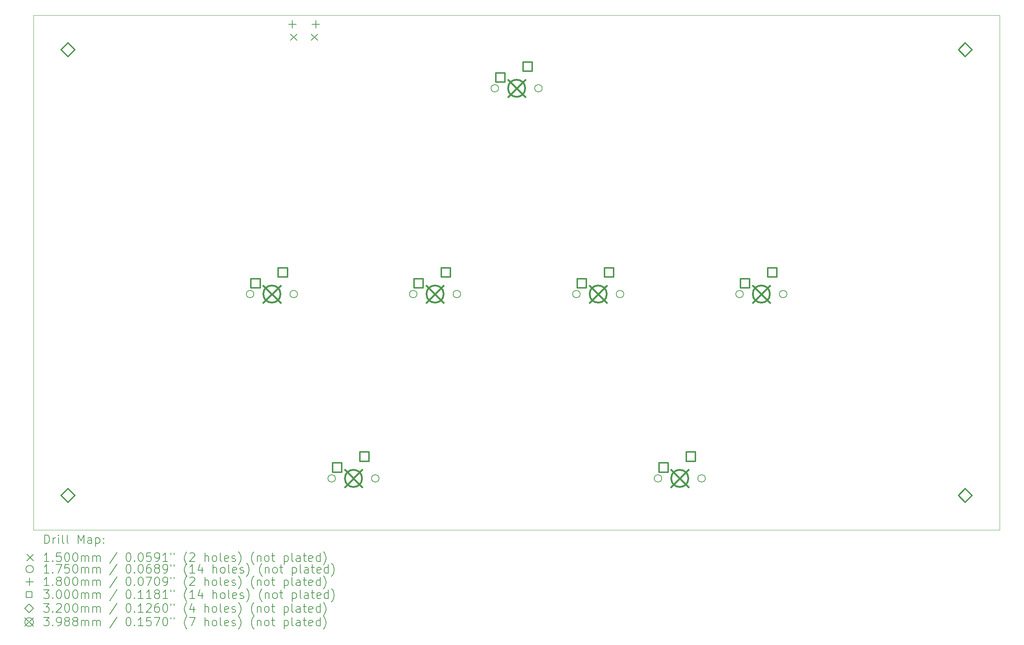
<source format=gbr>
%TF.GenerationSoftware,KiCad,Pcbnew,7.0.8*%
%TF.CreationDate,2023-11-04T04:32:08-07:00*%
%TF.ProjectId,picovoltexv2,7069636f-766f-46c7-9465-7876322e6b69,rev?*%
%TF.SameCoordinates,Original*%
%TF.FileFunction,Drillmap*%
%TF.FilePolarity,Positive*%
%FSLAX45Y45*%
G04 Gerber Fmt 4.5, Leading zero omitted, Abs format (unit mm)*
G04 Created by KiCad (PCBNEW 7.0.8) date 2023-11-04 04:32:08*
%MOMM*%
%LPD*%
G01*
G04 APERTURE LIST*
%ADD10C,0.100000*%
%ADD11C,0.200000*%
%ADD12C,0.150000*%
%ADD13C,0.175000*%
%ADD14C,0.180000*%
%ADD15C,0.300000*%
%ADD16C,0.320000*%
%ADD17C,0.398780*%
G04 APERTURE END LIST*
D10*
X3990000Y-3652000D02*
X26490000Y-3652000D01*
X26490000Y-15652000D01*
X3990000Y-15652000D01*
X3990000Y-3652000D01*
D11*
D12*
X9972500Y-4085500D02*
X10122500Y-4235500D01*
X10122500Y-4085500D02*
X9972500Y-4235500D01*
X10457500Y-4085500D02*
X10607500Y-4235500D01*
X10607500Y-4085500D02*
X10457500Y-4235500D01*
D13*
X9119500Y-10152000D02*
G75*
G03*
X9119500Y-10152000I-87500J0D01*
G01*
X10135500Y-10152000D02*
G75*
G03*
X10135500Y-10152000I-87500J0D01*
G01*
X11019500Y-14452000D02*
G75*
G03*
X11019500Y-14452000I-87500J0D01*
G01*
X12035500Y-14452000D02*
G75*
G03*
X12035500Y-14452000I-87500J0D01*
G01*
X12919500Y-10152000D02*
G75*
G03*
X12919500Y-10152000I-87500J0D01*
G01*
X13935500Y-10152000D02*
G75*
G03*
X13935500Y-10152000I-87500J0D01*
G01*
X14819500Y-5352000D02*
G75*
G03*
X14819500Y-5352000I-87500J0D01*
G01*
X15835500Y-5352000D02*
G75*
G03*
X15835500Y-5352000I-87500J0D01*
G01*
X16719500Y-10152000D02*
G75*
G03*
X16719500Y-10152000I-87500J0D01*
G01*
X17735500Y-10152000D02*
G75*
G03*
X17735500Y-10152000I-87500J0D01*
G01*
X18619500Y-14452000D02*
G75*
G03*
X18619500Y-14452000I-87500J0D01*
G01*
X19635500Y-14452000D02*
G75*
G03*
X19635500Y-14452000I-87500J0D01*
G01*
X20519500Y-10152000D02*
G75*
G03*
X20519500Y-10152000I-87500J0D01*
G01*
X21535500Y-10152000D02*
G75*
G03*
X21535500Y-10152000I-87500J0D01*
G01*
D14*
X10017500Y-3767500D02*
X10017500Y-3947500D01*
X9927500Y-3857500D02*
X10107500Y-3857500D01*
X10562500Y-3767500D02*
X10562500Y-3947500D01*
X10472500Y-3857500D02*
X10652500Y-3857500D01*
D15*
X9265067Y-10004067D02*
X9265067Y-9791933D01*
X9052933Y-9791933D01*
X9052933Y-10004067D01*
X9265067Y-10004067D01*
X9900067Y-9750067D02*
X9900067Y-9537933D01*
X9687933Y-9537933D01*
X9687933Y-9750067D01*
X9900067Y-9750067D01*
X11165067Y-14304067D02*
X11165067Y-14091933D01*
X10952933Y-14091933D01*
X10952933Y-14304067D01*
X11165067Y-14304067D01*
X11800067Y-14050067D02*
X11800067Y-13837933D01*
X11587933Y-13837933D01*
X11587933Y-14050067D01*
X11800067Y-14050067D01*
X13065067Y-10004067D02*
X13065067Y-9791933D01*
X12852933Y-9791933D01*
X12852933Y-10004067D01*
X13065067Y-10004067D01*
X13700067Y-9750067D02*
X13700067Y-9537933D01*
X13487933Y-9537933D01*
X13487933Y-9750067D01*
X13700067Y-9750067D01*
X14965067Y-5204067D02*
X14965067Y-4991933D01*
X14752933Y-4991933D01*
X14752933Y-5204067D01*
X14965067Y-5204067D01*
X15600067Y-4950067D02*
X15600067Y-4737933D01*
X15387933Y-4737933D01*
X15387933Y-4950067D01*
X15600067Y-4950067D01*
X16865067Y-10004067D02*
X16865067Y-9791933D01*
X16652933Y-9791933D01*
X16652933Y-10004067D01*
X16865067Y-10004067D01*
X17500067Y-9750067D02*
X17500067Y-9537933D01*
X17287933Y-9537933D01*
X17287933Y-9750067D01*
X17500067Y-9750067D01*
X18765067Y-14304067D02*
X18765067Y-14091933D01*
X18552933Y-14091933D01*
X18552933Y-14304067D01*
X18765067Y-14304067D01*
X19400067Y-14050067D02*
X19400067Y-13837933D01*
X19187933Y-13837933D01*
X19187933Y-14050067D01*
X19400067Y-14050067D01*
X20665067Y-10004067D02*
X20665067Y-9791933D01*
X20452933Y-9791933D01*
X20452933Y-10004067D01*
X20665067Y-10004067D01*
X21300067Y-9750067D02*
X21300067Y-9537933D01*
X21087933Y-9537933D01*
X21087933Y-9750067D01*
X21300067Y-9750067D01*
D16*
X4790000Y-4612000D02*
X4950000Y-4452000D01*
X4790000Y-4292000D01*
X4630000Y-4452000D01*
X4790000Y-4612000D01*
X4790000Y-15012000D02*
X4950000Y-14852000D01*
X4790000Y-14692000D01*
X4630000Y-14852000D01*
X4790000Y-15012000D01*
X25690000Y-4612000D02*
X25850000Y-4452000D01*
X25690000Y-4292000D01*
X25530000Y-4452000D01*
X25690000Y-4612000D01*
X25690000Y-15012000D02*
X25850000Y-14852000D01*
X25690000Y-14692000D01*
X25530000Y-14852000D01*
X25690000Y-15012000D01*
D17*
X9340610Y-9952610D02*
X9739390Y-10351390D01*
X9739390Y-9952610D02*
X9340610Y-10351390D01*
X9739390Y-10152000D02*
G75*
G03*
X9739390Y-10152000I-199390J0D01*
G01*
X11240610Y-14252610D02*
X11639390Y-14651390D01*
X11639390Y-14252610D02*
X11240610Y-14651390D01*
X11639390Y-14452000D02*
G75*
G03*
X11639390Y-14452000I-199390J0D01*
G01*
X13140610Y-9952610D02*
X13539390Y-10351390D01*
X13539390Y-9952610D02*
X13140610Y-10351390D01*
X13539390Y-10152000D02*
G75*
G03*
X13539390Y-10152000I-199390J0D01*
G01*
X15040610Y-5152610D02*
X15439390Y-5551390D01*
X15439390Y-5152610D02*
X15040610Y-5551390D01*
X15439390Y-5352000D02*
G75*
G03*
X15439390Y-5352000I-199390J0D01*
G01*
X16940610Y-9952610D02*
X17339390Y-10351390D01*
X17339390Y-9952610D02*
X16940610Y-10351390D01*
X17339390Y-10152000D02*
G75*
G03*
X17339390Y-10152000I-199390J0D01*
G01*
X18840610Y-14252610D02*
X19239390Y-14651390D01*
X19239390Y-14252610D02*
X18840610Y-14651390D01*
X19239390Y-14452000D02*
G75*
G03*
X19239390Y-14452000I-199390J0D01*
G01*
X20740610Y-9952610D02*
X21139390Y-10351390D01*
X21139390Y-9952610D02*
X20740610Y-10351390D01*
X21139390Y-10152000D02*
G75*
G03*
X21139390Y-10152000I-199390J0D01*
G01*
D11*
X4245777Y-15968484D02*
X4245777Y-15768484D01*
X4245777Y-15768484D02*
X4293396Y-15768484D01*
X4293396Y-15768484D02*
X4321967Y-15778008D01*
X4321967Y-15778008D02*
X4341015Y-15797055D01*
X4341015Y-15797055D02*
X4350539Y-15816103D01*
X4350539Y-15816103D02*
X4360063Y-15854198D01*
X4360063Y-15854198D02*
X4360063Y-15882769D01*
X4360063Y-15882769D02*
X4350539Y-15920865D01*
X4350539Y-15920865D02*
X4341015Y-15939912D01*
X4341015Y-15939912D02*
X4321967Y-15958960D01*
X4321967Y-15958960D02*
X4293396Y-15968484D01*
X4293396Y-15968484D02*
X4245777Y-15968484D01*
X4445777Y-15968484D02*
X4445777Y-15835150D01*
X4445777Y-15873246D02*
X4455301Y-15854198D01*
X4455301Y-15854198D02*
X4464824Y-15844674D01*
X4464824Y-15844674D02*
X4483872Y-15835150D01*
X4483872Y-15835150D02*
X4502920Y-15835150D01*
X4569586Y-15968484D02*
X4569586Y-15835150D01*
X4569586Y-15768484D02*
X4560063Y-15778008D01*
X4560063Y-15778008D02*
X4569586Y-15787531D01*
X4569586Y-15787531D02*
X4579110Y-15778008D01*
X4579110Y-15778008D02*
X4569586Y-15768484D01*
X4569586Y-15768484D02*
X4569586Y-15787531D01*
X4693396Y-15968484D02*
X4674348Y-15958960D01*
X4674348Y-15958960D02*
X4664824Y-15939912D01*
X4664824Y-15939912D02*
X4664824Y-15768484D01*
X4798158Y-15968484D02*
X4779110Y-15958960D01*
X4779110Y-15958960D02*
X4769586Y-15939912D01*
X4769586Y-15939912D02*
X4769586Y-15768484D01*
X5026729Y-15968484D02*
X5026729Y-15768484D01*
X5026729Y-15768484D02*
X5093396Y-15911341D01*
X5093396Y-15911341D02*
X5160063Y-15768484D01*
X5160063Y-15768484D02*
X5160063Y-15968484D01*
X5341015Y-15968484D02*
X5341015Y-15863722D01*
X5341015Y-15863722D02*
X5331491Y-15844674D01*
X5331491Y-15844674D02*
X5312444Y-15835150D01*
X5312444Y-15835150D02*
X5274348Y-15835150D01*
X5274348Y-15835150D02*
X5255301Y-15844674D01*
X5341015Y-15958960D02*
X5321967Y-15968484D01*
X5321967Y-15968484D02*
X5274348Y-15968484D01*
X5274348Y-15968484D02*
X5255301Y-15958960D01*
X5255301Y-15958960D02*
X5245777Y-15939912D01*
X5245777Y-15939912D02*
X5245777Y-15920865D01*
X5245777Y-15920865D02*
X5255301Y-15901817D01*
X5255301Y-15901817D02*
X5274348Y-15892293D01*
X5274348Y-15892293D02*
X5321967Y-15892293D01*
X5321967Y-15892293D02*
X5341015Y-15882769D01*
X5436253Y-15835150D02*
X5436253Y-16035150D01*
X5436253Y-15844674D02*
X5455301Y-15835150D01*
X5455301Y-15835150D02*
X5493396Y-15835150D01*
X5493396Y-15835150D02*
X5512444Y-15844674D01*
X5512444Y-15844674D02*
X5521967Y-15854198D01*
X5521967Y-15854198D02*
X5531491Y-15873246D01*
X5531491Y-15873246D02*
X5531491Y-15930388D01*
X5531491Y-15930388D02*
X5521967Y-15949436D01*
X5521967Y-15949436D02*
X5512444Y-15958960D01*
X5512444Y-15958960D02*
X5493396Y-15968484D01*
X5493396Y-15968484D02*
X5455301Y-15968484D01*
X5455301Y-15968484D02*
X5436253Y-15958960D01*
X5617205Y-15949436D02*
X5626729Y-15958960D01*
X5626729Y-15958960D02*
X5617205Y-15968484D01*
X5617205Y-15968484D02*
X5607682Y-15958960D01*
X5607682Y-15958960D02*
X5617205Y-15949436D01*
X5617205Y-15949436D02*
X5617205Y-15968484D01*
X5617205Y-15844674D02*
X5626729Y-15854198D01*
X5626729Y-15854198D02*
X5617205Y-15863722D01*
X5617205Y-15863722D02*
X5607682Y-15854198D01*
X5607682Y-15854198D02*
X5617205Y-15844674D01*
X5617205Y-15844674D02*
X5617205Y-15863722D01*
D12*
X3835000Y-16222000D02*
X3985000Y-16372000D01*
X3985000Y-16222000D02*
X3835000Y-16372000D01*
D11*
X4350539Y-16388484D02*
X4236253Y-16388484D01*
X4293396Y-16388484D02*
X4293396Y-16188484D01*
X4293396Y-16188484D02*
X4274348Y-16217055D01*
X4274348Y-16217055D02*
X4255301Y-16236103D01*
X4255301Y-16236103D02*
X4236253Y-16245627D01*
X4436253Y-16369436D02*
X4445777Y-16378960D01*
X4445777Y-16378960D02*
X4436253Y-16388484D01*
X4436253Y-16388484D02*
X4426729Y-16378960D01*
X4426729Y-16378960D02*
X4436253Y-16369436D01*
X4436253Y-16369436D02*
X4436253Y-16388484D01*
X4626729Y-16188484D02*
X4531491Y-16188484D01*
X4531491Y-16188484D02*
X4521967Y-16283722D01*
X4521967Y-16283722D02*
X4531491Y-16274198D01*
X4531491Y-16274198D02*
X4550539Y-16264674D01*
X4550539Y-16264674D02*
X4598158Y-16264674D01*
X4598158Y-16264674D02*
X4617205Y-16274198D01*
X4617205Y-16274198D02*
X4626729Y-16283722D01*
X4626729Y-16283722D02*
X4636253Y-16302769D01*
X4636253Y-16302769D02*
X4636253Y-16350388D01*
X4636253Y-16350388D02*
X4626729Y-16369436D01*
X4626729Y-16369436D02*
X4617205Y-16378960D01*
X4617205Y-16378960D02*
X4598158Y-16388484D01*
X4598158Y-16388484D02*
X4550539Y-16388484D01*
X4550539Y-16388484D02*
X4531491Y-16378960D01*
X4531491Y-16378960D02*
X4521967Y-16369436D01*
X4760063Y-16188484D02*
X4779110Y-16188484D01*
X4779110Y-16188484D02*
X4798158Y-16198008D01*
X4798158Y-16198008D02*
X4807682Y-16207531D01*
X4807682Y-16207531D02*
X4817205Y-16226579D01*
X4817205Y-16226579D02*
X4826729Y-16264674D01*
X4826729Y-16264674D02*
X4826729Y-16312293D01*
X4826729Y-16312293D02*
X4817205Y-16350388D01*
X4817205Y-16350388D02*
X4807682Y-16369436D01*
X4807682Y-16369436D02*
X4798158Y-16378960D01*
X4798158Y-16378960D02*
X4779110Y-16388484D01*
X4779110Y-16388484D02*
X4760063Y-16388484D01*
X4760063Y-16388484D02*
X4741015Y-16378960D01*
X4741015Y-16378960D02*
X4731491Y-16369436D01*
X4731491Y-16369436D02*
X4721967Y-16350388D01*
X4721967Y-16350388D02*
X4712444Y-16312293D01*
X4712444Y-16312293D02*
X4712444Y-16264674D01*
X4712444Y-16264674D02*
X4721967Y-16226579D01*
X4721967Y-16226579D02*
X4731491Y-16207531D01*
X4731491Y-16207531D02*
X4741015Y-16198008D01*
X4741015Y-16198008D02*
X4760063Y-16188484D01*
X4950539Y-16188484D02*
X4969586Y-16188484D01*
X4969586Y-16188484D02*
X4988634Y-16198008D01*
X4988634Y-16198008D02*
X4998158Y-16207531D01*
X4998158Y-16207531D02*
X5007682Y-16226579D01*
X5007682Y-16226579D02*
X5017205Y-16264674D01*
X5017205Y-16264674D02*
X5017205Y-16312293D01*
X5017205Y-16312293D02*
X5007682Y-16350388D01*
X5007682Y-16350388D02*
X4998158Y-16369436D01*
X4998158Y-16369436D02*
X4988634Y-16378960D01*
X4988634Y-16378960D02*
X4969586Y-16388484D01*
X4969586Y-16388484D02*
X4950539Y-16388484D01*
X4950539Y-16388484D02*
X4931491Y-16378960D01*
X4931491Y-16378960D02*
X4921967Y-16369436D01*
X4921967Y-16369436D02*
X4912444Y-16350388D01*
X4912444Y-16350388D02*
X4902920Y-16312293D01*
X4902920Y-16312293D02*
X4902920Y-16264674D01*
X4902920Y-16264674D02*
X4912444Y-16226579D01*
X4912444Y-16226579D02*
X4921967Y-16207531D01*
X4921967Y-16207531D02*
X4931491Y-16198008D01*
X4931491Y-16198008D02*
X4950539Y-16188484D01*
X5102920Y-16388484D02*
X5102920Y-16255150D01*
X5102920Y-16274198D02*
X5112444Y-16264674D01*
X5112444Y-16264674D02*
X5131491Y-16255150D01*
X5131491Y-16255150D02*
X5160063Y-16255150D01*
X5160063Y-16255150D02*
X5179110Y-16264674D01*
X5179110Y-16264674D02*
X5188634Y-16283722D01*
X5188634Y-16283722D02*
X5188634Y-16388484D01*
X5188634Y-16283722D02*
X5198158Y-16264674D01*
X5198158Y-16264674D02*
X5217205Y-16255150D01*
X5217205Y-16255150D02*
X5245777Y-16255150D01*
X5245777Y-16255150D02*
X5264825Y-16264674D01*
X5264825Y-16264674D02*
X5274348Y-16283722D01*
X5274348Y-16283722D02*
X5274348Y-16388484D01*
X5369586Y-16388484D02*
X5369586Y-16255150D01*
X5369586Y-16274198D02*
X5379110Y-16264674D01*
X5379110Y-16264674D02*
X5398158Y-16255150D01*
X5398158Y-16255150D02*
X5426729Y-16255150D01*
X5426729Y-16255150D02*
X5445777Y-16264674D01*
X5445777Y-16264674D02*
X5455301Y-16283722D01*
X5455301Y-16283722D02*
X5455301Y-16388484D01*
X5455301Y-16283722D02*
X5464825Y-16264674D01*
X5464825Y-16264674D02*
X5483872Y-16255150D01*
X5483872Y-16255150D02*
X5512444Y-16255150D01*
X5512444Y-16255150D02*
X5531491Y-16264674D01*
X5531491Y-16264674D02*
X5541015Y-16283722D01*
X5541015Y-16283722D02*
X5541015Y-16388484D01*
X5931491Y-16178960D02*
X5760063Y-16436103D01*
X6188634Y-16188484D02*
X6207682Y-16188484D01*
X6207682Y-16188484D02*
X6226729Y-16198008D01*
X6226729Y-16198008D02*
X6236253Y-16207531D01*
X6236253Y-16207531D02*
X6245777Y-16226579D01*
X6245777Y-16226579D02*
X6255301Y-16264674D01*
X6255301Y-16264674D02*
X6255301Y-16312293D01*
X6255301Y-16312293D02*
X6245777Y-16350388D01*
X6245777Y-16350388D02*
X6236253Y-16369436D01*
X6236253Y-16369436D02*
X6226729Y-16378960D01*
X6226729Y-16378960D02*
X6207682Y-16388484D01*
X6207682Y-16388484D02*
X6188634Y-16388484D01*
X6188634Y-16388484D02*
X6169586Y-16378960D01*
X6169586Y-16378960D02*
X6160063Y-16369436D01*
X6160063Y-16369436D02*
X6150539Y-16350388D01*
X6150539Y-16350388D02*
X6141015Y-16312293D01*
X6141015Y-16312293D02*
X6141015Y-16264674D01*
X6141015Y-16264674D02*
X6150539Y-16226579D01*
X6150539Y-16226579D02*
X6160063Y-16207531D01*
X6160063Y-16207531D02*
X6169586Y-16198008D01*
X6169586Y-16198008D02*
X6188634Y-16188484D01*
X6341015Y-16369436D02*
X6350539Y-16378960D01*
X6350539Y-16378960D02*
X6341015Y-16388484D01*
X6341015Y-16388484D02*
X6331491Y-16378960D01*
X6331491Y-16378960D02*
X6341015Y-16369436D01*
X6341015Y-16369436D02*
X6341015Y-16388484D01*
X6474348Y-16188484D02*
X6493396Y-16188484D01*
X6493396Y-16188484D02*
X6512444Y-16198008D01*
X6512444Y-16198008D02*
X6521967Y-16207531D01*
X6521967Y-16207531D02*
X6531491Y-16226579D01*
X6531491Y-16226579D02*
X6541015Y-16264674D01*
X6541015Y-16264674D02*
X6541015Y-16312293D01*
X6541015Y-16312293D02*
X6531491Y-16350388D01*
X6531491Y-16350388D02*
X6521967Y-16369436D01*
X6521967Y-16369436D02*
X6512444Y-16378960D01*
X6512444Y-16378960D02*
X6493396Y-16388484D01*
X6493396Y-16388484D02*
X6474348Y-16388484D01*
X6474348Y-16388484D02*
X6455301Y-16378960D01*
X6455301Y-16378960D02*
X6445777Y-16369436D01*
X6445777Y-16369436D02*
X6436253Y-16350388D01*
X6436253Y-16350388D02*
X6426729Y-16312293D01*
X6426729Y-16312293D02*
X6426729Y-16264674D01*
X6426729Y-16264674D02*
X6436253Y-16226579D01*
X6436253Y-16226579D02*
X6445777Y-16207531D01*
X6445777Y-16207531D02*
X6455301Y-16198008D01*
X6455301Y-16198008D02*
X6474348Y-16188484D01*
X6721967Y-16188484D02*
X6626729Y-16188484D01*
X6626729Y-16188484D02*
X6617206Y-16283722D01*
X6617206Y-16283722D02*
X6626729Y-16274198D01*
X6626729Y-16274198D02*
X6645777Y-16264674D01*
X6645777Y-16264674D02*
X6693396Y-16264674D01*
X6693396Y-16264674D02*
X6712444Y-16274198D01*
X6712444Y-16274198D02*
X6721967Y-16283722D01*
X6721967Y-16283722D02*
X6731491Y-16302769D01*
X6731491Y-16302769D02*
X6731491Y-16350388D01*
X6731491Y-16350388D02*
X6721967Y-16369436D01*
X6721967Y-16369436D02*
X6712444Y-16378960D01*
X6712444Y-16378960D02*
X6693396Y-16388484D01*
X6693396Y-16388484D02*
X6645777Y-16388484D01*
X6645777Y-16388484D02*
X6626729Y-16378960D01*
X6626729Y-16378960D02*
X6617206Y-16369436D01*
X6826729Y-16388484D02*
X6864825Y-16388484D01*
X6864825Y-16388484D02*
X6883872Y-16378960D01*
X6883872Y-16378960D02*
X6893396Y-16369436D01*
X6893396Y-16369436D02*
X6912444Y-16340865D01*
X6912444Y-16340865D02*
X6921967Y-16302769D01*
X6921967Y-16302769D02*
X6921967Y-16226579D01*
X6921967Y-16226579D02*
X6912444Y-16207531D01*
X6912444Y-16207531D02*
X6902920Y-16198008D01*
X6902920Y-16198008D02*
X6883872Y-16188484D01*
X6883872Y-16188484D02*
X6845777Y-16188484D01*
X6845777Y-16188484D02*
X6826729Y-16198008D01*
X6826729Y-16198008D02*
X6817206Y-16207531D01*
X6817206Y-16207531D02*
X6807682Y-16226579D01*
X6807682Y-16226579D02*
X6807682Y-16274198D01*
X6807682Y-16274198D02*
X6817206Y-16293246D01*
X6817206Y-16293246D02*
X6826729Y-16302769D01*
X6826729Y-16302769D02*
X6845777Y-16312293D01*
X6845777Y-16312293D02*
X6883872Y-16312293D01*
X6883872Y-16312293D02*
X6902920Y-16302769D01*
X6902920Y-16302769D02*
X6912444Y-16293246D01*
X6912444Y-16293246D02*
X6921967Y-16274198D01*
X7112444Y-16388484D02*
X6998158Y-16388484D01*
X7055301Y-16388484D02*
X7055301Y-16188484D01*
X7055301Y-16188484D02*
X7036253Y-16217055D01*
X7036253Y-16217055D02*
X7017206Y-16236103D01*
X7017206Y-16236103D02*
X6998158Y-16245627D01*
X7188634Y-16188484D02*
X7188634Y-16226579D01*
X7264825Y-16188484D02*
X7264825Y-16226579D01*
X7560063Y-16464674D02*
X7550539Y-16455150D01*
X7550539Y-16455150D02*
X7531491Y-16426579D01*
X7531491Y-16426579D02*
X7521968Y-16407531D01*
X7521968Y-16407531D02*
X7512444Y-16378960D01*
X7512444Y-16378960D02*
X7502920Y-16331341D01*
X7502920Y-16331341D02*
X7502920Y-16293246D01*
X7502920Y-16293246D02*
X7512444Y-16245627D01*
X7512444Y-16245627D02*
X7521968Y-16217055D01*
X7521968Y-16217055D02*
X7531491Y-16198008D01*
X7531491Y-16198008D02*
X7550539Y-16169436D01*
X7550539Y-16169436D02*
X7560063Y-16159912D01*
X7626729Y-16207531D02*
X7636253Y-16198008D01*
X7636253Y-16198008D02*
X7655301Y-16188484D01*
X7655301Y-16188484D02*
X7702920Y-16188484D01*
X7702920Y-16188484D02*
X7721968Y-16198008D01*
X7721968Y-16198008D02*
X7731491Y-16207531D01*
X7731491Y-16207531D02*
X7741015Y-16226579D01*
X7741015Y-16226579D02*
X7741015Y-16245627D01*
X7741015Y-16245627D02*
X7731491Y-16274198D01*
X7731491Y-16274198D02*
X7617206Y-16388484D01*
X7617206Y-16388484D02*
X7741015Y-16388484D01*
X7979110Y-16388484D02*
X7979110Y-16188484D01*
X8064825Y-16388484D02*
X8064825Y-16283722D01*
X8064825Y-16283722D02*
X8055301Y-16264674D01*
X8055301Y-16264674D02*
X8036253Y-16255150D01*
X8036253Y-16255150D02*
X8007682Y-16255150D01*
X8007682Y-16255150D02*
X7988634Y-16264674D01*
X7988634Y-16264674D02*
X7979110Y-16274198D01*
X8188634Y-16388484D02*
X8169587Y-16378960D01*
X8169587Y-16378960D02*
X8160063Y-16369436D01*
X8160063Y-16369436D02*
X8150539Y-16350388D01*
X8150539Y-16350388D02*
X8150539Y-16293246D01*
X8150539Y-16293246D02*
X8160063Y-16274198D01*
X8160063Y-16274198D02*
X8169587Y-16264674D01*
X8169587Y-16264674D02*
X8188634Y-16255150D01*
X8188634Y-16255150D02*
X8217206Y-16255150D01*
X8217206Y-16255150D02*
X8236253Y-16264674D01*
X8236253Y-16264674D02*
X8245777Y-16274198D01*
X8245777Y-16274198D02*
X8255301Y-16293246D01*
X8255301Y-16293246D02*
X8255301Y-16350388D01*
X8255301Y-16350388D02*
X8245777Y-16369436D01*
X8245777Y-16369436D02*
X8236253Y-16378960D01*
X8236253Y-16378960D02*
X8217206Y-16388484D01*
X8217206Y-16388484D02*
X8188634Y-16388484D01*
X8369587Y-16388484D02*
X8350539Y-16378960D01*
X8350539Y-16378960D02*
X8341015Y-16359912D01*
X8341015Y-16359912D02*
X8341015Y-16188484D01*
X8521968Y-16378960D02*
X8502920Y-16388484D01*
X8502920Y-16388484D02*
X8464825Y-16388484D01*
X8464825Y-16388484D02*
X8445777Y-16378960D01*
X8445777Y-16378960D02*
X8436253Y-16359912D01*
X8436253Y-16359912D02*
X8436253Y-16283722D01*
X8436253Y-16283722D02*
X8445777Y-16264674D01*
X8445777Y-16264674D02*
X8464825Y-16255150D01*
X8464825Y-16255150D02*
X8502920Y-16255150D01*
X8502920Y-16255150D02*
X8521968Y-16264674D01*
X8521968Y-16264674D02*
X8531492Y-16283722D01*
X8531492Y-16283722D02*
X8531492Y-16302769D01*
X8531492Y-16302769D02*
X8436253Y-16321817D01*
X8607682Y-16378960D02*
X8626730Y-16388484D01*
X8626730Y-16388484D02*
X8664825Y-16388484D01*
X8664825Y-16388484D02*
X8683873Y-16378960D01*
X8683873Y-16378960D02*
X8693396Y-16359912D01*
X8693396Y-16359912D02*
X8693396Y-16350388D01*
X8693396Y-16350388D02*
X8683873Y-16331341D01*
X8683873Y-16331341D02*
X8664825Y-16321817D01*
X8664825Y-16321817D02*
X8636253Y-16321817D01*
X8636253Y-16321817D02*
X8617206Y-16312293D01*
X8617206Y-16312293D02*
X8607682Y-16293246D01*
X8607682Y-16293246D02*
X8607682Y-16283722D01*
X8607682Y-16283722D02*
X8617206Y-16264674D01*
X8617206Y-16264674D02*
X8636253Y-16255150D01*
X8636253Y-16255150D02*
X8664825Y-16255150D01*
X8664825Y-16255150D02*
X8683873Y-16264674D01*
X8760063Y-16464674D02*
X8769587Y-16455150D01*
X8769587Y-16455150D02*
X8788634Y-16426579D01*
X8788634Y-16426579D02*
X8798158Y-16407531D01*
X8798158Y-16407531D02*
X8807682Y-16378960D01*
X8807682Y-16378960D02*
X8817206Y-16331341D01*
X8817206Y-16331341D02*
X8817206Y-16293246D01*
X8817206Y-16293246D02*
X8807682Y-16245627D01*
X8807682Y-16245627D02*
X8798158Y-16217055D01*
X8798158Y-16217055D02*
X8788634Y-16198008D01*
X8788634Y-16198008D02*
X8769587Y-16169436D01*
X8769587Y-16169436D02*
X8760063Y-16159912D01*
X9121968Y-16464674D02*
X9112444Y-16455150D01*
X9112444Y-16455150D02*
X9093396Y-16426579D01*
X9093396Y-16426579D02*
X9083873Y-16407531D01*
X9083873Y-16407531D02*
X9074349Y-16378960D01*
X9074349Y-16378960D02*
X9064825Y-16331341D01*
X9064825Y-16331341D02*
X9064825Y-16293246D01*
X9064825Y-16293246D02*
X9074349Y-16245627D01*
X9074349Y-16245627D02*
X9083873Y-16217055D01*
X9083873Y-16217055D02*
X9093396Y-16198008D01*
X9093396Y-16198008D02*
X9112444Y-16169436D01*
X9112444Y-16169436D02*
X9121968Y-16159912D01*
X9198158Y-16255150D02*
X9198158Y-16388484D01*
X9198158Y-16274198D02*
X9207682Y-16264674D01*
X9207682Y-16264674D02*
X9226730Y-16255150D01*
X9226730Y-16255150D02*
X9255301Y-16255150D01*
X9255301Y-16255150D02*
X9274349Y-16264674D01*
X9274349Y-16264674D02*
X9283873Y-16283722D01*
X9283873Y-16283722D02*
X9283873Y-16388484D01*
X9407682Y-16388484D02*
X9388634Y-16378960D01*
X9388634Y-16378960D02*
X9379111Y-16369436D01*
X9379111Y-16369436D02*
X9369587Y-16350388D01*
X9369587Y-16350388D02*
X9369587Y-16293246D01*
X9369587Y-16293246D02*
X9379111Y-16274198D01*
X9379111Y-16274198D02*
X9388634Y-16264674D01*
X9388634Y-16264674D02*
X9407682Y-16255150D01*
X9407682Y-16255150D02*
X9436254Y-16255150D01*
X9436254Y-16255150D02*
X9455301Y-16264674D01*
X9455301Y-16264674D02*
X9464825Y-16274198D01*
X9464825Y-16274198D02*
X9474349Y-16293246D01*
X9474349Y-16293246D02*
X9474349Y-16350388D01*
X9474349Y-16350388D02*
X9464825Y-16369436D01*
X9464825Y-16369436D02*
X9455301Y-16378960D01*
X9455301Y-16378960D02*
X9436254Y-16388484D01*
X9436254Y-16388484D02*
X9407682Y-16388484D01*
X9531492Y-16255150D02*
X9607682Y-16255150D01*
X9560063Y-16188484D02*
X9560063Y-16359912D01*
X9560063Y-16359912D02*
X9569587Y-16378960D01*
X9569587Y-16378960D02*
X9588634Y-16388484D01*
X9588634Y-16388484D02*
X9607682Y-16388484D01*
X9826730Y-16255150D02*
X9826730Y-16455150D01*
X9826730Y-16264674D02*
X9845777Y-16255150D01*
X9845777Y-16255150D02*
X9883873Y-16255150D01*
X9883873Y-16255150D02*
X9902920Y-16264674D01*
X9902920Y-16264674D02*
X9912444Y-16274198D01*
X9912444Y-16274198D02*
X9921968Y-16293246D01*
X9921968Y-16293246D02*
X9921968Y-16350388D01*
X9921968Y-16350388D02*
X9912444Y-16369436D01*
X9912444Y-16369436D02*
X9902920Y-16378960D01*
X9902920Y-16378960D02*
X9883873Y-16388484D01*
X9883873Y-16388484D02*
X9845777Y-16388484D01*
X9845777Y-16388484D02*
X9826730Y-16378960D01*
X10036254Y-16388484D02*
X10017206Y-16378960D01*
X10017206Y-16378960D02*
X10007682Y-16359912D01*
X10007682Y-16359912D02*
X10007682Y-16188484D01*
X10198158Y-16388484D02*
X10198158Y-16283722D01*
X10198158Y-16283722D02*
X10188635Y-16264674D01*
X10188635Y-16264674D02*
X10169587Y-16255150D01*
X10169587Y-16255150D02*
X10131492Y-16255150D01*
X10131492Y-16255150D02*
X10112444Y-16264674D01*
X10198158Y-16378960D02*
X10179111Y-16388484D01*
X10179111Y-16388484D02*
X10131492Y-16388484D01*
X10131492Y-16388484D02*
X10112444Y-16378960D01*
X10112444Y-16378960D02*
X10102920Y-16359912D01*
X10102920Y-16359912D02*
X10102920Y-16340865D01*
X10102920Y-16340865D02*
X10112444Y-16321817D01*
X10112444Y-16321817D02*
X10131492Y-16312293D01*
X10131492Y-16312293D02*
X10179111Y-16312293D01*
X10179111Y-16312293D02*
X10198158Y-16302769D01*
X10264825Y-16255150D02*
X10341015Y-16255150D01*
X10293396Y-16188484D02*
X10293396Y-16359912D01*
X10293396Y-16359912D02*
X10302920Y-16378960D01*
X10302920Y-16378960D02*
X10321968Y-16388484D01*
X10321968Y-16388484D02*
X10341015Y-16388484D01*
X10483873Y-16378960D02*
X10464825Y-16388484D01*
X10464825Y-16388484D02*
X10426730Y-16388484D01*
X10426730Y-16388484D02*
X10407682Y-16378960D01*
X10407682Y-16378960D02*
X10398158Y-16359912D01*
X10398158Y-16359912D02*
X10398158Y-16283722D01*
X10398158Y-16283722D02*
X10407682Y-16264674D01*
X10407682Y-16264674D02*
X10426730Y-16255150D01*
X10426730Y-16255150D02*
X10464825Y-16255150D01*
X10464825Y-16255150D02*
X10483873Y-16264674D01*
X10483873Y-16264674D02*
X10493396Y-16283722D01*
X10493396Y-16283722D02*
X10493396Y-16302769D01*
X10493396Y-16302769D02*
X10398158Y-16321817D01*
X10664825Y-16388484D02*
X10664825Y-16188484D01*
X10664825Y-16378960D02*
X10645777Y-16388484D01*
X10645777Y-16388484D02*
X10607682Y-16388484D01*
X10607682Y-16388484D02*
X10588635Y-16378960D01*
X10588635Y-16378960D02*
X10579111Y-16369436D01*
X10579111Y-16369436D02*
X10569587Y-16350388D01*
X10569587Y-16350388D02*
X10569587Y-16293246D01*
X10569587Y-16293246D02*
X10579111Y-16274198D01*
X10579111Y-16274198D02*
X10588635Y-16264674D01*
X10588635Y-16264674D02*
X10607682Y-16255150D01*
X10607682Y-16255150D02*
X10645777Y-16255150D01*
X10645777Y-16255150D02*
X10664825Y-16264674D01*
X10741016Y-16464674D02*
X10750539Y-16455150D01*
X10750539Y-16455150D02*
X10769587Y-16426579D01*
X10769587Y-16426579D02*
X10779111Y-16407531D01*
X10779111Y-16407531D02*
X10788635Y-16378960D01*
X10788635Y-16378960D02*
X10798158Y-16331341D01*
X10798158Y-16331341D02*
X10798158Y-16293246D01*
X10798158Y-16293246D02*
X10788635Y-16245627D01*
X10788635Y-16245627D02*
X10779111Y-16217055D01*
X10779111Y-16217055D02*
X10769587Y-16198008D01*
X10769587Y-16198008D02*
X10750539Y-16169436D01*
X10750539Y-16169436D02*
X10741016Y-16159912D01*
D13*
X3985000Y-16567000D02*
G75*
G03*
X3985000Y-16567000I-87500J0D01*
G01*
D11*
X4350539Y-16658484D02*
X4236253Y-16658484D01*
X4293396Y-16658484D02*
X4293396Y-16458484D01*
X4293396Y-16458484D02*
X4274348Y-16487055D01*
X4274348Y-16487055D02*
X4255301Y-16506103D01*
X4255301Y-16506103D02*
X4236253Y-16515627D01*
X4436253Y-16639436D02*
X4445777Y-16648960D01*
X4445777Y-16648960D02*
X4436253Y-16658484D01*
X4436253Y-16658484D02*
X4426729Y-16648960D01*
X4426729Y-16648960D02*
X4436253Y-16639436D01*
X4436253Y-16639436D02*
X4436253Y-16658484D01*
X4512444Y-16458484D02*
X4645777Y-16458484D01*
X4645777Y-16458484D02*
X4560063Y-16658484D01*
X4817205Y-16458484D02*
X4721967Y-16458484D01*
X4721967Y-16458484D02*
X4712444Y-16553722D01*
X4712444Y-16553722D02*
X4721967Y-16544198D01*
X4721967Y-16544198D02*
X4741015Y-16534674D01*
X4741015Y-16534674D02*
X4788634Y-16534674D01*
X4788634Y-16534674D02*
X4807682Y-16544198D01*
X4807682Y-16544198D02*
X4817205Y-16553722D01*
X4817205Y-16553722D02*
X4826729Y-16572769D01*
X4826729Y-16572769D02*
X4826729Y-16620388D01*
X4826729Y-16620388D02*
X4817205Y-16639436D01*
X4817205Y-16639436D02*
X4807682Y-16648960D01*
X4807682Y-16648960D02*
X4788634Y-16658484D01*
X4788634Y-16658484D02*
X4741015Y-16658484D01*
X4741015Y-16658484D02*
X4721967Y-16648960D01*
X4721967Y-16648960D02*
X4712444Y-16639436D01*
X4950539Y-16458484D02*
X4969586Y-16458484D01*
X4969586Y-16458484D02*
X4988634Y-16468008D01*
X4988634Y-16468008D02*
X4998158Y-16477531D01*
X4998158Y-16477531D02*
X5007682Y-16496579D01*
X5007682Y-16496579D02*
X5017205Y-16534674D01*
X5017205Y-16534674D02*
X5017205Y-16582293D01*
X5017205Y-16582293D02*
X5007682Y-16620388D01*
X5007682Y-16620388D02*
X4998158Y-16639436D01*
X4998158Y-16639436D02*
X4988634Y-16648960D01*
X4988634Y-16648960D02*
X4969586Y-16658484D01*
X4969586Y-16658484D02*
X4950539Y-16658484D01*
X4950539Y-16658484D02*
X4931491Y-16648960D01*
X4931491Y-16648960D02*
X4921967Y-16639436D01*
X4921967Y-16639436D02*
X4912444Y-16620388D01*
X4912444Y-16620388D02*
X4902920Y-16582293D01*
X4902920Y-16582293D02*
X4902920Y-16534674D01*
X4902920Y-16534674D02*
X4912444Y-16496579D01*
X4912444Y-16496579D02*
X4921967Y-16477531D01*
X4921967Y-16477531D02*
X4931491Y-16468008D01*
X4931491Y-16468008D02*
X4950539Y-16458484D01*
X5102920Y-16658484D02*
X5102920Y-16525150D01*
X5102920Y-16544198D02*
X5112444Y-16534674D01*
X5112444Y-16534674D02*
X5131491Y-16525150D01*
X5131491Y-16525150D02*
X5160063Y-16525150D01*
X5160063Y-16525150D02*
X5179110Y-16534674D01*
X5179110Y-16534674D02*
X5188634Y-16553722D01*
X5188634Y-16553722D02*
X5188634Y-16658484D01*
X5188634Y-16553722D02*
X5198158Y-16534674D01*
X5198158Y-16534674D02*
X5217205Y-16525150D01*
X5217205Y-16525150D02*
X5245777Y-16525150D01*
X5245777Y-16525150D02*
X5264825Y-16534674D01*
X5264825Y-16534674D02*
X5274348Y-16553722D01*
X5274348Y-16553722D02*
X5274348Y-16658484D01*
X5369586Y-16658484D02*
X5369586Y-16525150D01*
X5369586Y-16544198D02*
X5379110Y-16534674D01*
X5379110Y-16534674D02*
X5398158Y-16525150D01*
X5398158Y-16525150D02*
X5426729Y-16525150D01*
X5426729Y-16525150D02*
X5445777Y-16534674D01*
X5445777Y-16534674D02*
X5455301Y-16553722D01*
X5455301Y-16553722D02*
X5455301Y-16658484D01*
X5455301Y-16553722D02*
X5464825Y-16534674D01*
X5464825Y-16534674D02*
X5483872Y-16525150D01*
X5483872Y-16525150D02*
X5512444Y-16525150D01*
X5512444Y-16525150D02*
X5531491Y-16534674D01*
X5531491Y-16534674D02*
X5541015Y-16553722D01*
X5541015Y-16553722D02*
X5541015Y-16658484D01*
X5931491Y-16448960D02*
X5760063Y-16706103D01*
X6188634Y-16458484D02*
X6207682Y-16458484D01*
X6207682Y-16458484D02*
X6226729Y-16468008D01*
X6226729Y-16468008D02*
X6236253Y-16477531D01*
X6236253Y-16477531D02*
X6245777Y-16496579D01*
X6245777Y-16496579D02*
X6255301Y-16534674D01*
X6255301Y-16534674D02*
X6255301Y-16582293D01*
X6255301Y-16582293D02*
X6245777Y-16620388D01*
X6245777Y-16620388D02*
X6236253Y-16639436D01*
X6236253Y-16639436D02*
X6226729Y-16648960D01*
X6226729Y-16648960D02*
X6207682Y-16658484D01*
X6207682Y-16658484D02*
X6188634Y-16658484D01*
X6188634Y-16658484D02*
X6169586Y-16648960D01*
X6169586Y-16648960D02*
X6160063Y-16639436D01*
X6160063Y-16639436D02*
X6150539Y-16620388D01*
X6150539Y-16620388D02*
X6141015Y-16582293D01*
X6141015Y-16582293D02*
X6141015Y-16534674D01*
X6141015Y-16534674D02*
X6150539Y-16496579D01*
X6150539Y-16496579D02*
X6160063Y-16477531D01*
X6160063Y-16477531D02*
X6169586Y-16468008D01*
X6169586Y-16468008D02*
X6188634Y-16458484D01*
X6341015Y-16639436D02*
X6350539Y-16648960D01*
X6350539Y-16648960D02*
X6341015Y-16658484D01*
X6341015Y-16658484D02*
X6331491Y-16648960D01*
X6331491Y-16648960D02*
X6341015Y-16639436D01*
X6341015Y-16639436D02*
X6341015Y-16658484D01*
X6474348Y-16458484D02*
X6493396Y-16458484D01*
X6493396Y-16458484D02*
X6512444Y-16468008D01*
X6512444Y-16468008D02*
X6521967Y-16477531D01*
X6521967Y-16477531D02*
X6531491Y-16496579D01*
X6531491Y-16496579D02*
X6541015Y-16534674D01*
X6541015Y-16534674D02*
X6541015Y-16582293D01*
X6541015Y-16582293D02*
X6531491Y-16620388D01*
X6531491Y-16620388D02*
X6521967Y-16639436D01*
X6521967Y-16639436D02*
X6512444Y-16648960D01*
X6512444Y-16648960D02*
X6493396Y-16658484D01*
X6493396Y-16658484D02*
X6474348Y-16658484D01*
X6474348Y-16658484D02*
X6455301Y-16648960D01*
X6455301Y-16648960D02*
X6445777Y-16639436D01*
X6445777Y-16639436D02*
X6436253Y-16620388D01*
X6436253Y-16620388D02*
X6426729Y-16582293D01*
X6426729Y-16582293D02*
X6426729Y-16534674D01*
X6426729Y-16534674D02*
X6436253Y-16496579D01*
X6436253Y-16496579D02*
X6445777Y-16477531D01*
X6445777Y-16477531D02*
X6455301Y-16468008D01*
X6455301Y-16468008D02*
X6474348Y-16458484D01*
X6712444Y-16458484D02*
X6674348Y-16458484D01*
X6674348Y-16458484D02*
X6655301Y-16468008D01*
X6655301Y-16468008D02*
X6645777Y-16477531D01*
X6645777Y-16477531D02*
X6626729Y-16506103D01*
X6626729Y-16506103D02*
X6617206Y-16544198D01*
X6617206Y-16544198D02*
X6617206Y-16620388D01*
X6617206Y-16620388D02*
X6626729Y-16639436D01*
X6626729Y-16639436D02*
X6636253Y-16648960D01*
X6636253Y-16648960D02*
X6655301Y-16658484D01*
X6655301Y-16658484D02*
X6693396Y-16658484D01*
X6693396Y-16658484D02*
X6712444Y-16648960D01*
X6712444Y-16648960D02*
X6721967Y-16639436D01*
X6721967Y-16639436D02*
X6731491Y-16620388D01*
X6731491Y-16620388D02*
X6731491Y-16572769D01*
X6731491Y-16572769D02*
X6721967Y-16553722D01*
X6721967Y-16553722D02*
X6712444Y-16544198D01*
X6712444Y-16544198D02*
X6693396Y-16534674D01*
X6693396Y-16534674D02*
X6655301Y-16534674D01*
X6655301Y-16534674D02*
X6636253Y-16544198D01*
X6636253Y-16544198D02*
X6626729Y-16553722D01*
X6626729Y-16553722D02*
X6617206Y-16572769D01*
X6845777Y-16544198D02*
X6826729Y-16534674D01*
X6826729Y-16534674D02*
X6817206Y-16525150D01*
X6817206Y-16525150D02*
X6807682Y-16506103D01*
X6807682Y-16506103D02*
X6807682Y-16496579D01*
X6807682Y-16496579D02*
X6817206Y-16477531D01*
X6817206Y-16477531D02*
X6826729Y-16468008D01*
X6826729Y-16468008D02*
X6845777Y-16458484D01*
X6845777Y-16458484D02*
X6883872Y-16458484D01*
X6883872Y-16458484D02*
X6902920Y-16468008D01*
X6902920Y-16468008D02*
X6912444Y-16477531D01*
X6912444Y-16477531D02*
X6921967Y-16496579D01*
X6921967Y-16496579D02*
X6921967Y-16506103D01*
X6921967Y-16506103D02*
X6912444Y-16525150D01*
X6912444Y-16525150D02*
X6902920Y-16534674D01*
X6902920Y-16534674D02*
X6883872Y-16544198D01*
X6883872Y-16544198D02*
X6845777Y-16544198D01*
X6845777Y-16544198D02*
X6826729Y-16553722D01*
X6826729Y-16553722D02*
X6817206Y-16563246D01*
X6817206Y-16563246D02*
X6807682Y-16582293D01*
X6807682Y-16582293D02*
X6807682Y-16620388D01*
X6807682Y-16620388D02*
X6817206Y-16639436D01*
X6817206Y-16639436D02*
X6826729Y-16648960D01*
X6826729Y-16648960D02*
X6845777Y-16658484D01*
X6845777Y-16658484D02*
X6883872Y-16658484D01*
X6883872Y-16658484D02*
X6902920Y-16648960D01*
X6902920Y-16648960D02*
X6912444Y-16639436D01*
X6912444Y-16639436D02*
X6921967Y-16620388D01*
X6921967Y-16620388D02*
X6921967Y-16582293D01*
X6921967Y-16582293D02*
X6912444Y-16563246D01*
X6912444Y-16563246D02*
X6902920Y-16553722D01*
X6902920Y-16553722D02*
X6883872Y-16544198D01*
X7017206Y-16658484D02*
X7055301Y-16658484D01*
X7055301Y-16658484D02*
X7074348Y-16648960D01*
X7074348Y-16648960D02*
X7083872Y-16639436D01*
X7083872Y-16639436D02*
X7102920Y-16610865D01*
X7102920Y-16610865D02*
X7112444Y-16572769D01*
X7112444Y-16572769D02*
X7112444Y-16496579D01*
X7112444Y-16496579D02*
X7102920Y-16477531D01*
X7102920Y-16477531D02*
X7093396Y-16468008D01*
X7093396Y-16468008D02*
X7074348Y-16458484D01*
X7074348Y-16458484D02*
X7036253Y-16458484D01*
X7036253Y-16458484D02*
X7017206Y-16468008D01*
X7017206Y-16468008D02*
X7007682Y-16477531D01*
X7007682Y-16477531D02*
X6998158Y-16496579D01*
X6998158Y-16496579D02*
X6998158Y-16544198D01*
X6998158Y-16544198D02*
X7007682Y-16563246D01*
X7007682Y-16563246D02*
X7017206Y-16572769D01*
X7017206Y-16572769D02*
X7036253Y-16582293D01*
X7036253Y-16582293D02*
X7074348Y-16582293D01*
X7074348Y-16582293D02*
X7093396Y-16572769D01*
X7093396Y-16572769D02*
X7102920Y-16563246D01*
X7102920Y-16563246D02*
X7112444Y-16544198D01*
X7188634Y-16458484D02*
X7188634Y-16496579D01*
X7264825Y-16458484D02*
X7264825Y-16496579D01*
X7560063Y-16734674D02*
X7550539Y-16725150D01*
X7550539Y-16725150D02*
X7531491Y-16696579D01*
X7531491Y-16696579D02*
X7521968Y-16677531D01*
X7521968Y-16677531D02*
X7512444Y-16648960D01*
X7512444Y-16648960D02*
X7502920Y-16601341D01*
X7502920Y-16601341D02*
X7502920Y-16563246D01*
X7502920Y-16563246D02*
X7512444Y-16515627D01*
X7512444Y-16515627D02*
X7521968Y-16487055D01*
X7521968Y-16487055D02*
X7531491Y-16468008D01*
X7531491Y-16468008D02*
X7550539Y-16439436D01*
X7550539Y-16439436D02*
X7560063Y-16429912D01*
X7741015Y-16658484D02*
X7626729Y-16658484D01*
X7683872Y-16658484D02*
X7683872Y-16458484D01*
X7683872Y-16458484D02*
X7664825Y-16487055D01*
X7664825Y-16487055D02*
X7645777Y-16506103D01*
X7645777Y-16506103D02*
X7626729Y-16515627D01*
X7912444Y-16525150D02*
X7912444Y-16658484D01*
X7864825Y-16448960D02*
X7817206Y-16591817D01*
X7817206Y-16591817D02*
X7941015Y-16591817D01*
X8169587Y-16658484D02*
X8169587Y-16458484D01*
X8255301Y-16658484D02*
X8255301Y-16553722D01*
X8255301Y-16553722D02*
X8245777Y-16534674D01*
X8245777Y-16534674D02*
X8226730Y-16525150D01*
X8226730Y-16525150D02*
X8198158Y-16525150D01*
X8198158Y-16525150D02*
X8179110Y-16534674D01*
X8179110Y-16534674D02*
X8169587Y-16544198D01*
X8379110Y-16658484D02*
X8360063Y-16648960D01*
X8360063Y-16648960D02*
X8350539Y-16639436D01*
X8350539Y-16639436D02*
X8341015Y-16620388D01*
X8341015Y-16620388D02*
X8341015Y-16563246D01*
X8341015Y-16563246D02*
X8350539Y-16544198D01*
X8350539Y-16544198D02*
X8360063Y-16534674D01*
X8360063Y-16534674D02*
X8379110Y-16525150D01*
X8379110Y-16525150D02*
X8407682Y-16525150D01*
X8407682Y-16525150D02*
X8426730Y-16534674D01*
X8426730Y-16534674D02*
X8436253Y-16544198D01*
X8436253Y-16544198D02*
X8445777Y-16563246D01*
X8445777Y-16563246D02*
X8445777Y-16620388D01*
X8445777Y-16620388D02*
X8436253Y-16639436D01*
X8436253Y-16639436D02*
X8426730Y-16648960D01*
X8426730Y-16648960D02*
X8407682Y-16658484D01*
X8407682Y-16658484D02*
X8379110Y-16658484D01*
X8560063Y-16658484D02*
X8541015Y-16648960D01*
X8541015Y-16648960D02*
X8531492Y-16629912D01*
X8531492Y-16629912D02*
X8531492Y-16458484D01*
X8712444Y-16648960D02*
X8693396Y-16658484D01*
X8693396Y-16658484D02*
X8655301Y-16658484D01*
X8655301Y-16658484D02*
X8636253Y-16648960D01*
X8636253Y-16648960D02*
X8626730Y-16629912D01*
X8626730Y-16629912D02*
X8626730Y-16553722D01*
X8626730Y-16553722D02*
X8636253Y-16534674D01*
X8636253Y-16534674D02*
X8655301Y-16525150D01*
X8655301Y-16525150D02*
X8693396Y-16525150D01*
X8693396Y-16525150D02*
X8712444Y-16534674D01*
X8712444Y-16534674D02*
X8721968Y-16553722D01*
X8721968Y-16553722D02*
X8721968Y-16572769D01*
X8721968Y-16572769D02*
X8626730Y-16591817D01*
X8798158Y-16648960D02*
X8817206Y-16658484D01*
X8817206Y-16658484D02*
X8855301Y-16658484D01*
X8855301Y-16658484D02*
X8874349Y-16648960D01*
X8874349Y-16648960D02*
X8883873Y-16629912D01*
X8883873Y-16629912D02*
X8883873Y-16620388D01*
X8883873Y-16620388D02*
X8874349Y-16601341D01*
X8874349Y-16601341D02*
X8855301Y-16591817D01*
X8855301Y-16591817D02*
X8826730Y-16591817D01*
X8826730Y-16591817D02*
X8807682Y-16582293D01*
X8807682Y-16582293D02*
X8798158Y-16563246D01*
X8798158Y-16563246D02*
X8798158Y-16553722D01*
X8798158Y-16553722D02*
X8807682Y-16534674D01*
X8807682Y-16534674D02*
X8826730Y-16525150D01*
X8826730Y-16525150D02*
X8855301Y-16525150D01*
X8855301Y-16525150D02*
X8874349Y-16534674D01*
X8950539Y-16734674D02*
X8960063Y-16725150D01*
X8960063Y-16725150D02*
X8979111Y-16696579D01*
X8979111Y-16696579D02*
X8988634Y-16677531D01*
X8988634Y-16677531D02*
X8998158Y-16648960D01*
X8998158Y-16648960D02*
X9007682Y-16601341D01*
X9007682Y-16601341D02*
X9007682Y-16563246D01*
X9007682Y-16563246D02*
X8998158Y-16515627D01*
X8998158Y-16515627D02*
X8988634Y-16487055D01*
X8988634Y-16487055D02*
X8979111Y-16468008D01*
X8979111Y-16468008D02*
X8960063Y-16439436D01*
X8960063Y-16439436D02*
X8950539Y-16429912D01*
X9312444Y-16734674D02*
X9302920Y-16725150D01*
X9302920Y-16725150D02*
X9283873Y-16696579D01*
X9283873Y-16696579D02*
X9274349Y-16677531D01*
X9274349Y-16677531D02*
X9264825Y-16648960D01*
X9264825Y-16648960D02*
X9255301Y-16601341D01*
X9255301Y-16601341D02*
X9255301Y-16563246D01*
X9255301Y-16563246D02*
X9264825Y-16515627D01*
X9264825Y-16515627D02*
X9274349Y-16487055D01*
X9274349Y-16487055D02*
X9283873Y-16468008D01*
X9283873Y-16468008D02*
X9302920Y-16439436D01*
X9302920Y-16439436D02*
X9312444Y-16429912D01*
X9388634Y-16525150D02*
X9388634Y-16658484D01*
X9388634Y-16544198D02*
X9398158Y-16534674D01*
X9398158Y-16534674D02*
X9417206Y-16525150D01*
X9417206Y-16525150D02*
X9445777Y-16525150D01*
X9445777Y-16525150D02*
X9464825Y-16534674D01*
X9464825Y-16534674D02*
X9474349Y-16553722D01*
X9474349Y-16553722D02*
X9474349Y-16658484D01*
X9598158Y-16658484D02*
X9579111Y-16648960D01*
X9579111Y-16648960D02*
X9569587Y-16639436D01*
X9569587Y-16639436D02*
X9560063Y-16620388D01*
X9560063Y-16620388D02*
X9560063Y-16563246D01*
X9560063Y-16563246D02*
X9569587Y-16544198D01*
X9569587Y-16544198D02*
X9579111Y-16534674D01*
X9579111Y-16534674D02*
X9598158Y-16525150D01*
X9598158Y-16525150D02*
X9626730Y-16525150D01*
X9626730Y-16525150D02*
X9645777Y-16534674D01*
X9645777Y-16534674D02*
X9655301Y-16544198D01*
X9655301Y-16544198D02*
X9664825Y-16563246D01*
X9664825Y-16563246D02*
X9664825Y-16620388D01*
X9664825Y-16620388D02*
X9655301Y-16639436D01*
X9655301Y-16639436D02*
X9645777Y-16648960D01*
X9645777Y-16648960D02*
X9626730Y-16658484D01*
X9626730Y-16658484D02*
X9598158Y-16658484D01*
X9721968Y-16525150D02*
X9798158Y-16525150D01*
X9750539Y-16458484D02*
X9750539Y-16629912D01*
X9750539Y-16629912D02*
X9760063Y-16648960D01*
X9760063Y-16648960D02*
X9779111Y-16658484D01*
X9779111Y-16658484D02*
X9798158Y-16658484D01*
X10017206Y-16525150D02*
X10017206Y-16725150D01*
X10017206Y-16534674D02*
X10036254Y-16525150D01*
X10036254Y-16525150D02*
X10074349Y-16525150D01*
X10074349Y-16525150D02*
X10093396Y-16534674D01*
X10093396Y-16534674D02*
X10102920Y-16544198D01*
X10102920Y-16544198D02*
X10112444Y-16563246D01*
X10112444Y-16563246D02*
X10112444Y-16620388D01*
X10112444Y-16620388D02*
X10102920Y-16639436D01*
X10102920Y-16639436D02*
X10093396Y-16648960D01*
X10093396Y-16648960D02*
X10074349Y-16658484D01*
X10074349Y-16658484D02*
X10036254Y-16658484D01*
X10036254Y-16658484D02*
X10017206Y-16648960D01*
X10226730Y-16658484D02*
X10207682Y-16648960D01*
X10207682Y-16648960D02*
X10198158Y-16629912D01*
X10198158Y-16629912D02*
X10198158Y-16458484D01*
X10388635Y-16658484D02*
X10388635Y-16553722D01*
X10388635Y-16553722D02*
X10379111Y-16534674D01*
X10379111Y-16534674D02*
X10360063Y-16525150D01*
X10360063Y-16525150D02*
X10321968Y-16525150D01*
X10321968Y-16525150D02*
X10302920Y-16534674D01*
X10388635Y-16648960D02*
X10369587Y-16658484D01*
X10369587Y-16658484D02*
X10321968Y-16658484D01*
X10321968Y-16658484D02*
X10302920Y-16648960D01*
X10302920Y-16648960D02*
X10293396Y-16629912D01*
X10293396Y-16629912D02*
X10293396Y-16610865D01*
X10293396Y-16610865D02*
X10302920Y-16591817D01*
X10302920Y-16591817D02*
X10321968Y-16582293D01*
X10321968Y-16582293D02*
X10369587Y-16582293D01*
X10369587Y-16582293D02*
X10388635Y-16572769D01*
X10455301Y-16525150D02*
X10531492Y-16525150D01*
X10483873Y-16458484D02*
X10483873Y-16629912D01*
X10483873Y-16629912D02*
X10493396Y-16648960D01*
X10493396Y-16648960D02*
X10512444Y-16658484D01*
X10512444Y-16658484D02*
X10531492Y-16658484D01*
X10674349Y-16648960D02*
X10655301Y-16658484D01*
X10655301Y-16658484D02*
X10617206Y-16658484D01*
X10617206Y-16658484D02*
X10598158Y-16648960D01*
X10598158Y-16648960D02*
X10588635Y-16629912D01*
X10588635Y-16629912D02*
X10588635Y-16553722D01*
X10588635Y-16553722D02*
X10598158Y-16534674D01*
X10598158Y-16534674D02*
X10617206Y-16525150D01*
X10617206Y-16525150D02*
X10655301Y-16525150D01*
X10655301Y-16525150D02*
X10674349Y-16534674D01*
X10674349Y-16534674D02*
X10683873Y-16553722D01*
X10683873Y-16553722D02*
X10683873Y-16572769D01*
X10683873Y-16572769D02*
X10588635Y-16591817D01*
X10855301Y-16658484D02*
X10855301Y-16458484D01*
X10855301Y-16648960D02*
X10836254Y-16658484D01*
X10836254Y-16658484D02*
X10798158Y-16658484D01*
X10798158Y-16658484D02*
X10779111Y-16648960D01*
X10779111Y-16648960D02*
X10769587Y-16639436D01*
X10769587Y-16639436D02*
X10760063Y-16620388D01*
X10760063Y-16620388D02*
X10760063Y-16563246D01*
X10760063Y-16563246D02*
X10769587Y-16544198D01*
X10769587Y-16544198D02*
X10779111Y-16534674D01*
X10779111Y-16534674D02*
X10798158Y-16525150D01*
X10798158Y-16525150D02*
X10836254Y-16525150D01*
X10836254Y-16525150D02*
X10855301Y-16534674D01*
X10931492Y-16734674D02*
X10941016Y-16725150D01*
X10941016Y-16725150D02*
X10960063Y-16696579D01*
X10960063Y-16696579D02*
X10969587Y-16677531D01*
X10969587Y-16677531D02*
X10979111Y-16648960D01*
X10979111Y-16648960D02*
X10988635Y-16601341D01*
X10988635Y-16601341D02*
X10988635Y-16563246D01*
X10988635Y-16563246D02*
X10979111Y-16515627D01*
X10979111Y-16515627D02*
X10969587Y-16487055D01*
X10969587Y-16487055D02*
X10960063Y-16468008D01*
X10960063Y-16468008D02*
X10941016Y-16439436D01*
X10941016Y-16439436D02*
X10931492Y-16429912D01*
D14*
X3895000Y-16772000D02*
X3895000Y-16952000D01*
X3805000Y-16862000D02*
X3985000Y-16862000D01*
D11*
X4350539Y-16953484D02*
X4236253Y-16953484D01*
X4293396Y-16953484D02*
X4293396Y-16753484D01*
X4293396Y-16753484D02*
X4274348Y-16782055D01*
X4274348Y-16782055D02*
X4255301Y-16801103D01*
X4255301Y-16801103D02*
X4236253Y-16810627D01*
X4436253Y-16934436D02*
X4445777Y-16943960D01*
X4445777Y-16943960D02*
X4436253Y-16953484D01*
X4436253Y-16953484D02*
X4426729Y-16943960D01*
X4426729Y-16943960D02*
X4436253Y-16934436D01*
X4436253Y-16934436D02*
X4436253Y-16953484D01*
X4560063Y-16839198D02*
X4541015Y-16829674D01*
X4541015Y-16829674D02*
X4531491Y-16820150D01*
X4531491Y-16820150D02*
X4521967Y-16801103D01*
X4521967Y-16801103D02*
X4521967Y-16791579D01*
X4521967Y-16791579D02*
X4531491Y-16772531D01*
X4531491Y-16772531D02*
X4541015Y-16763008D01*
X4541015Y-16763008D02*
X4560063Y-16753484D01*
X4560063Y-16753484D02*
X4598158Y-16753484D01*
X4598158Y-16753484D02*
X4617205Y-16763008D01*
X4617205Y-16763008D02*
X4626729Y-16772531D01*
X4626729Y-16772531D02*
X4636253Y-16791579D01*
X4636253Y-16791579D02*
X4636253Y-16801103D01*
X4636253Y-16801103D02*
X4626729Y-16820150D01*
X4626729Y-16820150D02*
X4617205Y-16829674D01*
X4617205Y-16829674D02*
X4598158Y-16839198D01*
X4598158Y-16839198D02*
X4560063Y-16839198D01*
X4560063Y-16839198D02*
X4541015Y-16848722D01*
X4541015Y-16848722D02*
X4531491Y-16858246D01*
X4531491Y-16858246D02*
X4521967Y-16877293D01*
X4521967Y-16877293D02*
X4521967Y-16915389D01*
X4521967Y-16915389D02*
X4531491Y-16934436D01*
X4531491Y-16934436D02*
X4541015Y-16943960D01*
X4541015Y-16943960D02*
X4560063Y-16953484D01*
X4560063Y-16953484D02*
X4598158Y-16953484D01*
X4598158Y-16953484D02*
X4617205Y-16943960D01*
X4617205Y-16943960D02*
X4626729Y-16934436D01*
X4626729Y-16934436D02*
X4636253Y-16915389D01*
X4636253Y-16915389D02*
X4636253Y-16877293D01*
X4636253Y-16877293D02*
X4626729Y-16858246D01*
X4626729Y-16858246D02*
X4617205Y-16848722D01*
X4617205Y-16848722D02*
X4598158Y-16839198D01*
X4760063Y-16753484D02*
X4779110Y-16753484D01*
X4779110Y-16753484D02*
X4798158Y-16763008D01*
X4798158Y-16763008D02*
X4807682Y-16772531D01*
X4807682Y-16772531D02*
X4817205Y-16791579D01*
X4817205Y-16791579D02*
X4826729Y-16829674D01*
X4826729Y-16829674D02*
X4826729Y-16877293D01*
X4826729Y-16877293D02*
X4817205Y-16915389D01*
X4817205Y-16915389D02*
X4807682Y-16934436D01*
X4807682Y-16934436D02*
X4798158Y-16943960D01*
X4798158Y-16943960D02*
X4779110Y-16953484D01*
X4779110Y-16953484D02*
X4760063Y-16953484D01*
X4760063Y-16953484D02*
X4741015Y-16943960D01*
X4741015Y-16943960D02*
X4731491Y-16934436D01*
X4731491Y-16934436D02*
X4721967Y-16915389D01*
X4721967Y-16915389D02*
X4712444Y-16877293D01*
X4712444Y-16877293D02*
X4712444Y-16829674D01*
X4712444Y-16829674D02*
X4721967Y-16791579D01*
X4721967Y-16791579D02*
X4731491Y-16772531D01*
X4731491Y-16772531D02*
X4741015Y-16763008D01*
X4741015Y-16763008D02*
X4760063Y-16753484D01*
X4950539Y-16753484D02*
X4969586Y-16753484D01*
X4969586Y-16753484D02*
X4988634Y-16763008D01*
X4988634Y-16763008D02*
X4998158Y-16772531D01*
X4998158Y-16772531D02*
X5007682Y-16791579D01*
X5007682Y-16791579D02*
X5017205Y-16829674D01*
X5017205Y-16829674D02*
X5017205Y-16877293D01*
X5017205Y-16877293D02*
X5007682Y-16915389D01*
X5007682Y-16915389D02*
X4998158Y-16934436D01*
X4998158Y-16934436D02*
X4988634Y-16943960D01*
X4988634Y-16943960D02*
X4969586Y-16953484D01*
X4969586Y-16953484D02*
X4950539Y-16953484D01*
X4950539Y-16953484D02*
X4931491Y-16943960D01*
X4931491Y-16943960D02*
X4921967Y-16934436D01*
X4921967Y-16934436D02*
X4912444Y-16915389D01*
X4912444Y-16915389D02*
X4902920Y-16877293D01*
X4902920Y-16877293D02*
X4902920Y-16829674D01*
X4902920Y-16829674D02*
X4912444Y-16791579D01*
X4912444Y-16791579D02*
X4921967Y-16772531D01*
X4921967Y-16772531D02*
X4931491Y-16763008D01*
X4931491Y-16763008D02*
X4950539Y-16753484D01*
X5102920Y-16953484D02*
X5102920Y-16820150D01*
X5102920Y-16839198D02*
X5112444Y-16829674D01*
X5112444Y-16829674D02*
X5131491Y-16820150D01*
X5131491Y-16820150D02*
X5160063Y-16820150D01*
X5160063Y-16820150D02*
X5179110Y-16829674D01*
X5179110Y-16829674D02*
X5188634Y-16848722D01*
X5188634Y-16848722D02*
X5188634Y-16953484D01*
X5188634Y-16848722D02*
X5198158Y-16829674D01*
X5198158Y-16829674D02*
X5217205Y-16820150D01*
X5217205Y-16820150D02*
X5245777Y-16820150D01*
X5245777Y-16820150D02*
X5264825Y-16829674D01*
X5264825Y-16829674D02*
X5274348Y-16848722D01*
X5274348Y-16848722D02*
X5274348Y-16953484D01*
X5369586Y-16953484D02*
X5369586Y-16820150D01*
X5369586Y-16839198D02*
X5379110Y-16829674D01*
X5379110Y-16829674D02*
X5398158Y-16820150D01*
X5398158Y-16820150D02*
X5426729Y-16820150D01*
X5426729Y-16820150D02*
X5445777Y-16829674D01*
X5445777Y-16829674D02*
X5455301Y-16848722D01*
X5455301Y-16848722D02*
X5455301Y-16953484D01*
X5455301Y-16848722D02*
X5464825Y-16829674D01*
X5464825Y-16829674D02*
X5483872Y-16820150D01*
X5483872Y-16820150D02*
X5512444Y-16820150D01*
X5512444Y-16820150D02*
X5531491Y-16829674D01*
X5531491Y-16829674D02*
X5541015Y-16848722D01*
X5541015Y-16848722D02*
X5541015Y-16953484D01*
X5931491Y-16743960D02*
X5760063Y-17001103D01*
X6188634Y-16753484D02*
X6207682Y-16753484D01*
X6207682Y-16753484D02*
X6226729Y-16763008D01*
X6226729Y-16763008D02*
X6236253Y-16772531D01*
X6236253Y-16772531D02*
X6245777Y-16791579D01*
X6245777Y-16791579D02*
X6255301Y-16829674D01*
X6255301Y-16829674D02*
X6255301Y-16877293D01*
X6255301Y-16877293D02*
X6245777Y-16915389D01*
X6245777Y-16915389D02*
X6236253Y-16934436D01*
X6236253Y-16934436D02*
X6226729Y-16943960D01*
X6226729Y-16943960D02*
X6207682Y-16953484D01*
X6207682Y-16953484D02*
X6188634Y-16953484D01*
X6188634Y-16953484D02*
X6169586Y-16943960D01*
X6169586Y-16943960D02*
X6160063Y-16934436D01*
X6160063Y-16934436D02*
X6150539Y-16915389D01*
X6150539Y-16915389D02*
X6141015Y-16877293D01*
X6141015Y-16877293D02*
X6141015Y-16829674D01*
X6141015Y-16829674D02*
X6150539Y-16791579D01*
X6150539Y-16791579D02*
X6160063Y-16772531D01*
X6160063Y-16772531D02*
X6169586Y-16763008D01*
X6169586Y-16763008D02*
X6188634Y-16753484D01*
X6341015Y-16934436D02*
X6350539Y-16943960D01*
X6350539Y-16943960D02*
X6341015Y-16953484D01*
X6341015Y-16953484D02*
X6331491Y-16943960D01*
X6331491Y-16943960D02*
X6341015Y-16934436D01*
X6341015Y-16934436D02*
X6341015Y-16953484D01*
X6474348Y-16753484D02*
X6493396Y-16753484D01*
X6493396Y-16753484D02*
X6512444Y-16763008D01*
X6512444Y-16763008D02*
X6521967Y-16772531D01*
X6521967Y-16772531D02*
X6531491Y-16791579D01*
X6531491Y-16791579D02*
X6541015Y-16829674D01*
X6541015Y-16829674D02*
X6541015Y-16877293D01*
X6541015Y-16877293D02*
X6531491Y-16915389D01*
X6531491Y-16915389D02*
X6521967Y-16934436D01*
X6521967Y-16934436D02*
X6512444Y-16943960D01*
X6512444Y-16943960D02*
X6493396Y-16953484D01*
X6493396Y-16953484D02*
X6474348Y-16953484D01*
X6474348Y-16953484D02*
X6455301Y-16943960D01*
X6455301Y-16943960D02*
X6445777Y-16934436D01*
X6445777Y-16934436D02*
X6436253Y-16915389D01*
X6436253Y-16915389D02*
X6426729Y-16877293D01*
X6426729Y-16877293D02*
X6426729Y-16829674D01*
X6426729Y-16829674D02*
X6436253Y-16791579D01*
X6436253Y-16791579D02*
X6445777Y-16772531D01*
X6445777Y-16772531D02*
X6455301Y-16763008D01*
X6455301Y-16763008D02*
X6474348Y-16753484D01*
X6607682Y-16753484D02*
X6741015Y-16753484D01*
X6741015Y-16753484D02*
X6655301Y-16953484D01*
X6855301Y-16753484D02*
X6874348Y-16753484D01*
X6874348Y-16753484D02*
X6893396Y-16763008D01*
X6893396Y-16763008D02*
X6902920Y-16772531D01*
X6902920Y-16772531D02*
X6912444Y-16791579D01*
X6912444Y-16791579D02*
X6921967Y-16829674D01*
X6921967Y-16829674D02*
X6921967Y-16877293D01*
X6921967Y-16877293D02*
X6912444Y-16915389D01*
X6912444Y-16915389D02*
X6902920Y-16934436D01*
X6902920Y-16934436D02*
X6893396Y-16943960D01*
X6893396Y-16943960D02*
X6874348Y-16953484D01*
X6874348Y-16953484D02*
X6855301Y-16953484D01*
X6855301Y-16953484D02*
X6836253Y-16943960D01*
X6836253Y-16943960D02*
X6826729Y-16934436D01*
X6826729Y-16934436D02*
X6817206Y-16915389D01*
X6817206Y-16915389D02*
X6807682Y-16877293D01*
X6807682Y-16877293D02*
X6807682Y-16829674D01*
X6807682Y-16829674D02*
X6817206Y-16791579D01*
X6817206Y-16791579D02*
X6826729Y-16772531D01*
X6826729Y-16772531D02*
X6836253Y-16763008D01*
X6836253Y-16763008D02*
X6855301Y-16753484D01*
X7017206Y-16953484D02*
X7055301Y-16953484D01*
X7055301Y-16953484D02*
X7074348Y-16943960D01*
X7074348Y-16943960D02*
X7083872Y-16934436D01*
X7083872Y-16934436D02*
X7102920Y-16905865D01*
X7102920Y-16905865D02*
X7112444Y-16867770D01*
X7112444Y-16867770D02*
X7112444Y-16791579D01*
X7112444Y-16791579D02*
X7102920Y-16772531D01*
X7102920Y-16772531D02*
X7093396Y-16763008D01*
X7093396Y-16763008D02*
X7074348Y-16753484D01*
X7074348Y-16753484D02*
X7036253Y-16753484D01*
X7036253Y-16753484D02*
X7017206Y-16763008D01*
X7017206Y-16763008D02*
X7007682Y-16772531D01*
X7007682Y-16772531D02*
X6998158Y-16791579D01*
X6998158Y-16791579D02*
X6998158Y-16839198D01*
X6998158Y-16839198D02*
X7007682Y-16858246D01*
X7007682Y-16858246D02*
X7017206Y-16867770D01*
X7017206Y-16867770D02*
X7036253Y-16877293D01*
X7036253Y-16877293D02*
X7074348Y-16877293D01*
X7074348Y-16877293D02*
X7093396Y-16867770D01*
X7093396Y-16867770D02*
X7102920Y-16858246D01*
X7102920Y-16858246D02*
X7112444Y-16839198D01*
X7188634Y-16753484D02*
X7188634Y-16791579D01*
X7264825Y-16753484D02*
X7264825Y-16791579D01*
X7560063Y-17029674D02*
X7550539Y-17020150D01*
X7550539Y-17020150D02*
X7531491Y-16991579D01*
X7531491Y-16991579D02*
X7521968Y-16972531D01*
X7521968Y-16972531D02*
X7512444Y-16943960D01*
X7512444Y-16943960D02*
X7502920Y-16896341D01*
X7502920Y-16896341D02*
X7502920Y-16858246D01*
X7502920Y-16858246D02*
X7512444Y-16810627D01*
X7512444Y-16810627D02*
X7521968Y-16782055D01*
X7521968Y-16782055D02*
X7531491Y-16763008D01*
X7531491Y-16763008D02*
X7550539Y-16734436D01*
X7550539Y-16734436D02*
X7560063Y-16724912D01*
X7626729Y-16772531D02*
X7636253Y-16763008D01*
X7636253Y-16763008D02*
X7655301Y-16753484D01*
X7655301Y-16753484D02*
X7702920Y-16753484D01*
X7702920Y-16753484D02*
X7721968Y-16763008D01*
X7721968Y-16763008D02*
X7731491Y-16772531D01*
X7731491Y-16772531D02*
X7741015Y-16791579D01*
X7741015Y-16791579D02*
X7741015Y-16810627D01*
X7741015Y-16810627D02*
X7731491Y-16839198D01*
X7731491Y-16839198D02*
X7617206Y-16953484D01*
X7617206Y-16953484D02*
X7741015Y-16953484D01*
X7979110Y-16953484D02*
X7979110Y-16753484D01*
X8064825Y-16953484D02*
X8064825Y-16848722D01*
X8064825Y-16848722D02*
X8055301Y-16829674D01*
X8055301Y-16829674D02*
X8036253Y-16820150D01*
X8036253Y-16820150D02*
X8007682Y-16820150D01*
X8007682Y-16820150D02*
X7988634Y-16829674D01*
X7988634Y-16829674D02*
X7979110Y-16839198D01*
X8188634Y-16953484D02*
X8169587Y-16943960D01*
X8169587Y-16943960D02*
X8160063Y-16934436D01*
X8160063Y-16934436D02*
X8150539Y-16915389D01*
X8150539Y-16915389D02*
X8150539Y-16858246D01*
X8150539Y-16858246D02*
X8160063Y-16839198D01*
X8160063Y-16839198D02*
X8169587Y-16829674D01*
X8169587Y-16829674D02*
X8188634Y-16820150D01*
X8188634Y-16820150D02*
X8217206Y-16820150D01*
X8217206Y-16820150D02*
X8236253Y-16829674D01*
X8236253Y-16829674D02*
X8245777Y-16839198D01*
X8245777Y-16839198D02*
X8255301Y-16858246D01*
X8255301Y-16858246D02*
X8255301Y-16915389D01*
X8255301Y-16915389D02*
X8245777Y-16934436D01*
X8245777Y-16934436D02*
X8236253Y-16943960D01*
X8236253Y-16943960D02*
X8217206Y-16953484D01*
X8217206Y-16953484D02*
X8188634Y-16953484D01*
X8369587Y-16953484D02*
X8350539Y-16943960D01*
X8350539Y-16943960D02*
X8341015Y-16924912D01*
X8341015Y-16924912D02*
X8341015Y-16753484D01*
X8521968Y-16943960D02*
X8502920Y-16953484D01*
X8502920Y-16953484D02*
X8464825Y-16953484D01*
X8464825Y-16953484D02*
X8445777Y-16943960D01*
X8445777Y-16943960D02*
X8436253Y-16924912D01*
X8436253Y-16924912D02*
X8436253Y-16848722D01*
X8436253Y-16848722D02*
X8445777Y-16829674D01*
X8445777Y-16829674D02*
X8464825Y-16820150D01*
X8464825Y-16820150D02*
X8502920Y-16820150D01*
X8502920Y-16820150D02*
X8521968Y-16829674D01*
X8521968Y-16829674D02*
X8531492Y-16848722D01*
X8531492Y-16848722D02*
X8531492Y-16867770D01*
X8531492Y-16867770D02*
X8436253Y-16886817D01*
X8607682Y-16943960D02*
X8626730Y-16953484D01*
X8626730Y-16953484D02*
X8664825Y-16953484D01*
X8664825Y-16953484D02*
X8683873Y-16943960D01*
X8683873Y-16943960D02*
X8693396Y-16924912D01*
X8693396Y-16924912D02*
X8693396Y-16915389D01*
X8693396Y-16915389D02*
X8683873Y-16896341D01*
X8683873Y-16896341D02*
X8664825Y-16886817D01*
X8664825Y-16886817D02*
X8636253Y-16886817D01*
X8636253Y-16886817D02*
X8617206Y-16877293D01*
X8617206Y-16877293D02*
X8607682Y-16858246D01*
X8607682Y-16858246D02*
X8607682Y-16848722D01*
X8607682Y-16848722D02*
X8617206Y-16829674D01*
X8617206Y-16829674D02*
X8636253Y-16820150D01*
X8636253Y-16820150D02*
X8664825Y-16820150D01*
X8664825Y-16820150D02*
X8683873Y-16829674D01*
X8760063Y-17029674D02*
X8769587Y-17020150D01*
X8769587Y-17020150D02*
X8788634Y-16991579D01*
X8788634Y-16991579D02*
X8798158Y-16972531D01*
X8798158Y-16972531D02*
X8807682Y-16943960D01*
X8807682Y-16943960D02*
X8817206Y-16896341D01*
X8817206Y-16896341D02*
X8817206Y-16858246D01*
X8817206Y-16858246D02*
X8807682Y-16810627D01*
X8807682Y-16810627D02*
X8798158Y-16782055D01*
X8798158Y-16782055D02*
X8788634Y-16763008D01*
X8788634Y-16763008D02*
X8769587Y-16734436D01*
X8769587Y-16734436D02*
X8760063Y-16724912D01*
X9121968Y-17029674D02*
X9112444Y-17020150D01*
X9112444Y-17020150D02*
X9093396Y-16991579D01*
X9093396Y-16991579D02*
X9083873Y-16972531D01*
X9083873Y-16972531D02*
X9074349Y-16943960D01*
X9074349Y-16943960D02*
X9064825Y-16896341D01*
X9064825Y-16896341D02*
X9064825Y-16858246D01*
X9064825Y-16858246D02*
X9074349Y-16810627D01*
X9074349Y-16810627D02*
X9083873Y-16782055D01*
X9083873Y-16782055D02*
X9093396Y-16763008D01*
X9093396Y-16763008D02*
X9112444Y-16734436D01*
X9112444Y-16734436D02*
X9121968Y-16724912D01*
X9198158Y-16820150D02*
X9198158Y-16953484D01*
X9198158Y-16839198D02*
X9207682Y-16829674D01*
X9207682Y-16829674D02*
X9226730Y-16820150D01*
X9226730Y-16820150D02*
X9255301Y-16820150D01*
X9255301Y-16820150D02*
X9274349Y-16829674D01*
X9274349Y-16829674D02*
X9283873Y-16848722D01*
X9283873Y-16848722D02*
X9283873Y-16953484D01*
X9407682Y-16953484D02*
X9388634Y-16943960D01*
X9388634Y-16943960D02*
X9379111Y-16934436D01*
X9379111Y-16934436D02*
X9369587Y-16915389D01*
X9369587Y-16915389D02*
X9369587Y-16858246D01*
X9369587Y-16858246D02*
X9379111Y-16839198D01*
X9379111Y-16839198D02*
X9388634Y-16829674D01*
X9388634Y-16829674D02*
X9407682Y-16820150D01*
X9407682Y-16820150D02*
X9436254Y-16820150D01*
X9436254Y-16820150D02*
X9455301Y-16829674D01*
X9455301Y-16829674D02*
X9464825Y-16839198D01*
X9464825Y-16839198D02*
X9474349Y-16858246D01*
X9474349Y-16858246D02*
X9474349Y-16915389D01*
X9474349Y-16915389D02*
X9464825Y-16934436D01*
X9464825Y-16934436D02*
X9455301Y-16943960D01*
X9455301Y-16943960D02*
X9436254Y-16953484D01*
X9436254Y-16953484D02*
X9407682Y-16953484D01*
X9531492Y-16820150D02*
X9607682Y-16820150D01*
X9560063Y-16753484D02*
X9560063Y-16924912D01*
X9560063Y-16924912D02*
X9569587Y-16943960D01*
X9569587Y-16943960D02*
X9588634Y-16953484D01*
X9588634Y-16953484D02*
X9607682Y-16953484D01*
X9826730Y-16820150D02*
X9826730Y-17020150D01*
X9826730Y-16829674D02*
X9845777Y-16820150D01*
X9845777Y-16820150D02*
X9883873Y-16820150D01*
X9883873Y-16820150D02*
X9902920Y-16829674D01*
X9902920Y-16829674D02*
X9912444Y-16839198D01*
X9912444Y-16839198D02*
X9921968Y-16858246D01*
X9921968Y-16858246D02*
X9921968Y-16915389D01*
X9921968Y-16915389D02*
X9912444Y-16934436D01*
X9912444Y-16934436D02*
X9902920Y-16943960D01*
X9902920Y-16943960D02*
X9883873Y-16953484D01*
X9883873Y-16953484D02*
X9845777Y-16953484D01*
X9845777Y-16953484D02*
X9826730Y-16943960D01*
X10036254Y-16953484D02*
X10017206Y-16943960D01*
X10017206Y-16943960D02*
X10007682Y-16924912D01*
X10007682Y-16924912D02*
X10007682Y-16753484D01*
X10198158Y-16953484D02*
X10198158Y-16848722D01*
X10198158Y-16848722D02*
X10188635Y-16829674D01*
X10188635Y-16829674D02*
X10169587Y-16820150D01*
X10169587Y-16820150D02*
X10131492Y-16820150D01*
X10131492Y-16820150D02*
X10112444Y-16829674D01*
X10198158Y-16943960D02*
X10179111Y-16953484D01*
X10179111Y-16953484D02*
X10131492Y-16953484D01*
X10131492Y-16953484D02*
X10112444Y-16943960D01*
X10112444Y-16943960D02*
X10102920Y-16924912D01*
X10102920Y-16924912D02*
X10102920Y-16905865D01*
X10102920Y-16905865D02*
X10112444Y-16886817D01*
X10112444Y-16886817D02*
X10131492Y-16877293D01*
X10131492Y-16877293D02*
X10179111Y-16877293D01*
X10179111Y-16877293D02*
X10198158Y-16867770D01*
X10264825Y-16820150D02*
X10341015Y-16820150D01*
X10293396Y-16753484D02*
X10293396Y-16924912D01*
X10293396Y-16924912D02*
X10302920Y-16943960D01*
X10302920Y-16943960D02*
X10321968Y-16953484D01*
X10321968Y-16953484D02*
X10341015Y-16953484D01*
X10483873Y-16943960D02*
X10464825Y-16953484D01*
X10464825Y-16953484D02*
X10426730Y-16953484D01*
X10426730Y-16953484D02*
X10407682Y-16943960D01*
X10407682Y-16943960D02*
X10398158Y-16924912D01*
X10398158Y-16924912D02*
X10398158Y-16848722D01*
X10398158Y-16848722D02*
X10407682Y-16829674D01*
X10407682Y-16829674D02*
X10426730Y-16820150D01*
X10426730Y-16820150D02*
X10464825Y-16820150D01*
X10464825Y-16820150D02*
X10483873Y-16829674D01*
X10483873Y-16829674D02*
X10493396Y-16848722D01*
X10493396Y-16848722D02*
X10493396Y-16867770D01*
X10493396Y-16867770D02*
X10398158Y-16886817D01*
X10664825Y-16953484D02*
X10664825Y-16753484D01*
X10664825Y-16943960D02*
X10645777Y-16953484D01*
X10645777Y-16953484D02*
X10607682Y-16953484D01*
X10607682Y-16953484D02*
X10588635Y-16943960D01*
X10588635Y-16943960D02*
X10579111Y-16934436D01*
X10579111Y-16934436D02*
X10569587Y-16915389D01*
X10569587Y-16915389D02*
X10569587Y-16858246D01*
X10569587Y-16858246D02*
X10579111Y-16839198D01*
X10579111Y-16839198D02*
X10588635Y-16829674D01*
X10588635Y-16829674D02*
X10607682Y-16820150D01*
X10607682Y-16820150D02*
X10645777Y-16820150D01*
X10645777Y-16820150D02*
X10664825Y-16829674D01*
X10741016Y-17029674D02*
X10750539Y-17020150D01*
X10750539Y-17020150D02*
X10769587Y-16991579D01*
X10769587Y-16991579D02*
X10779111Y-16972531D01*
X10779111Y-16972531D02*
X10788635Y-16943960D01*
X10788635Y-16943960D02*
X10798158Y-16896341D01*
X10798158Y-16896341D02*
X10798158Y-16858246D01*
X10798158Y-16858246D02*
X10788635Y-16810627D01*
X10788635Y-16810627D02*
X10779111Y-16782055D01*
X10779111Y-16782055D02*
X10769587Y-16763008D01*
X10769587Y-16763008D02*
X10750539Y-16734436D01*
X10750539Y-16734436D02*
X10741016Y-16724912D01*
X3955711Y-17232711D02*
X3955711Y-17091289D01*
X3814289Y-17091289D01*
X3814289Y-17232711D01*
X3955711Y-17232711D01*
X4226729Y-17053484D02*
X4350539Y-17053484D01*
X4350539Y-17053484D02*
X4283872Y-17129674D01*
X4283872Y-17129674D02*
X4312444Y-17129674D01*
X4312444Y-17129674D02*
X4331491Y-17139198D01*
X4331491Y-17139198D02*
X4341015Y-17148722D01*
X4341015Y-17148722D02*
X4350539Y-17167770D01*
X4350539Y-17167770D02*
X4350539Y-17215389D01*
X4350539Y-17215389D02*
X4341015Y-17234436D01*
X4341015Y-17234436D02*
X4331491Y-17243960D01*
X4331491Y-17243960D02*
X4312444Y-17253484D01*
X4312444Y-17253484D02*
X4255301Y-17253484D01*
X4255301Y-17253484D02*
X4236253Y-17243960D01*
X4236253Y-17243960D02*
X4226729Y-17234436D01*
X4436253Y-17234436D02*
X4445777Y-17243960D01*
X4445777Y-17243960D02*
X4436253Y-17253484D01*
X4436253Y-17253484D02*
X4426729Y-17243960D01*
X4426729Y-17243960D02*
X4436253Y-17234436D01*
X4436253Y-17234436D02*
X4436253Y-17253484D01*
X4569586Y-17053484D02*
X4588634Y-17053484D01*
X4588634Y-17053484D02*
X4607682Y-17063008D01*
X4607682Y-17063008D02*
X4617205Y-17072531D01*
X4617205Y-17072531D02*
X4626729Y-17091579D01*
X4626729Y-17091579D02*
X4636253Y-17129674D01*
X4636253Y-17129674D02*
X4636253Y-17177293D01*
X4636253Y-17177293D02*
X4626729Y-17215389D01*
X4626729Y-17215389D02*
X4617205Y-17234436D01*
X4617205Y-17234436D02*
X4607682Y-17243960D01*
X4607682Y-17243960D02*
X4588634Y-17253484D01*
X4588634Y-17253484D02*
X4569586Y-17253484D01*
X4569586Y-17253484D02*
X4550539Y-17243960D01*
X4550539Y-17243960D02*
X4541015Y-17234436D01*
X4541015Y-17234436D02*
X4531491Y-17215389D01*
X4531491Y-17215389D02*
X4521967Y-17177293D01*
X4521967Y-17177293D02*
X4521967Y-17129674D01*
X4521967Y-17129674D02*
X4531491Y-17091579D01*
X4531491Y-17091579D02*
X4541015Y-17072531D01*
X4541015Y-17072531D02*
X4550539Y-17063008D01*
X4550539Y-17063008D02*
X4569586Y-17053484D01*
X4760063Y-17053484D02*
X4779110Y-17053484D01*
X4779110Y-17053484D02*
X4798158Y-17063008D01*
X4798158Y-17063008D02*
X4807682Y-17072531D01*
X4807682Y-17072531D02*
X4817205Y-17091579D01*
X4817205Y-17091579D02*
X4826729Y-17129674D01*
X4826729Y-17129674D02*
X4826729Y-17177293D01*
X4826729Y-17177293D02*
X4817205Y-17215389D01*
X4817205Y-17215389D02*
X4807682Y-17234436D01*
X4807682Y-17234436D02*
X4798158Y-17243960D01*
X4798158Y-17243960D02*
X4779110Y-17253484D01*
X4779110Y-17253484D02*
X4760063Y-17253484D01*
X4760063Y-17253484D02*
X4741015Y-17243960D01*
X4741015Y-17243960D02*
X4731491Y-17234436D01*
X4731491Y-17234436D02*
X4721967Y-17215389D01*
X4721967Y-17215389D02*
X4712444Y-17177293D01*
X4712444Y-17177293D02*
X4712444Y-17129674D01*
X4712444Y-17129674D02*
X4721967Y-17091579D01*
X4721967Y-17091579D02*
X4731491Y-17072531D01*
X4731491Y-17072531D02*
X4741015Y-17063008D01*
X4741015Y-17063008D02*
X4760063Y-17053484D01*
X4950539Y-17053484D02*
X4969586Y-17053484D01*
X4969586Y-17053484D02*
X4988634Y-17063008D01*
X4988634Y-17063008D02*
X4998158Y-17072531D01*
X4998158Y-17072531D02*
X5007682Y-17091579D01*
X5007682Y-17091579D02*
X5017205Y-17129674D01*
X5017205Y-17129674D02*
X5017205Y-17177293D01*
X5017205Y-17177293D02*
X5007682Y-17215389D01*
X5007682Y-17215389D02*
X4998158Y-17234436D01*
X4998158Y-17234436D02*
X4988634Y-17243960D01*
X4988634Y-17243960D02*
X4969586Y-17253484D01*
X4969586Y-17253484D02*
X4950539Y-17253484D01*
X4950539Y-17253484D02*
X4931491Y-17243960D01*
X4931491Y-17243960D02*
X4921967Y-17234436D01*
X4921967Y-17234436D02*
X4912444Y-17215389D01*
X4912444Y-17215389D02*
X4902920Y-17177293D01*
X4902920Y-17177293D02*
X4902920Y-17129674D01*
X4902920Y-17129674D02*
X4912444Y-17091579D01*
X4912444Y-17091579D02*
X4921967Y-17072531D01*
X4921967Y-17072531D02*
X4931491Y-17063008D01*
X4931491Y-17063008D02*
X4950539Y-17053484D01*
X5102920Y-17253484D02*
X5102920Y-17120150D01*
X5102920Y-17139198D02*
X5112444Y-17129674D01*
X5112444Y-17129674D02*
X5131491Y-17120150D01*
X5131491Y-17120150D02*
X5160063Y-17120150D01*
X5160063Y-17120150D02*
X5179110Y-17129674D01*
X5179110Y-17129674D02*
X5188634Y-17148722D01*
X5188634Y-17148722D02*
X5188634Y-17253484D01*
X5188634Y-17148722D02*
X5198158Y-17129674D01*
X5198158Y-17129674D02*
X5217205Y-17120150D01*
X5217205Y-17120150D02*
X5245777Y-17120150D01*
X5245777Y-17120150D02*
X5264825Y-17129674D01*
X5264825Y-17129674D02*
X5274348Y-17148722D01*
X5274348Y-17148722D02*
X5274348Y-17253484D01*
X5369586Y-17253484D02*
X5369586Y-17120150D01*
X5369586Y-17139198D02*
X5379110Y-17129674D01*
X5379110Y-17129674D02*
X5398158Y-17120150D01*
X5398158Y-17120150D02*
X5426729Y-17120150D01*
X5426729Y-17120150D02*
X5445777Y-17129674D01*
X5445777Y-17129674D02*
X5455301Y-17148722D01*
X5455301Y-17148722D02*
X5455301Y-17253484D01*
X5455301Y-17148722D02*
X5464825Y-17129674D01*
X5464825Y-17129674D02*
X5483872Y-17120150D01*
X5483872Y-17120150D02*
X5512444Y-17120150D01*
X5512444Y-17120150D02*
X5531491Y-17129674D01*
X5531491Y-17129674D02*
X5541015Y-17148722D01*
X5541015Y-17148722D02*
X5541015Y-17253484D01*
X5931491Y-17043960D02*
X5760063Y-17301103D01*
X6188634Y-17053484D02*
X6207682Y-17053484D01*
X6207682Y-17053484D02*
X6226729Y-17063008D01*
X6226729Y-17063008D02*
X6236253Y-17072531D01*
X6236253Y-17072531D02*
X6245777Y-17091579D01*
X6245777Y-17091579D02*
X6255301Y-17129674D01*
X6255301Y-17129674D02*
X6255301Y-17177293D01*
X6255301Y-17177293D02*
X6245777Y-17215389D01*
X6245777Y-17215389D02*
X6236253Y-17234436D01*
X6236253Y-17234436D02*
X6226729Y-17243960D01*
X6226729Y-17243960D02*
X6207682Y-17253484D01*
X6207682Y-17253484D02*
X6188634Y-17253484D01*
X6188634Y-17253484D02*
X6169586Y-17243960D01*
X6169586Y-17243960D02*
X6160063Y-17234436D01*
X6160063Y-17234436D02*
X6150539Y-17215389D01*
X6150539Y-17215389D02*
X6141015Y-17177293D01*
X6141015Y-17177293D02*
X6141015Y-17129674D01*
X6141015Y-17129674D02*
X6150539Y-17091579D01*
X6150539Y-17091579D02*
X6160063Y-17072531D01*
X6160063Y-17072531D02*
X6169586Y-17063008D01*
X6169586Y-17063008D02*
X6188634Y-17053484D01*
X6341015Y-17234436D02*
X6350539Y-17243960D01*
X6350539Y-17243960D02*
X6341015Y-17253484D01*
X6341015Y-17253484D02*
X6331491Y-17243960D01*
X6331491Y-17243960D02*
X6341015Y-17234436D01*
X6341015Y-17234436D02*
X6341015Y-17253484D01*
X6541015Y-17253484D02*
X6426729Y-17253484D01*
X6483872Y-17253484D02*
X6483872Y-17053484D01*
X6483872Y-17053484D02*
X6464825Y-17082055D01*
X6464825Y-17082055D02*
X6445777Y-17101103D01*
X6445777Y-17101103D02*
X6426729Y-17110627D01*
X6731491Y-17253484D02*
X6617206Y-17253484D01*
X6674348Y-17253484D02*
X6674348Y-17053484D01*
X6674348Y-17053484D02*
X6655301Y-17082055D01*
X6655301Y-17082055D02*
X6636253Y-17101103D01*
X6636253Y-17101103D02*
X6617206Y-17110627D01*
X6845777Y-17139198D02*
X6826729Y-17129674D01*
X6826729Y-17129674D02*
X6817206Y-17120150D01*
X6817206Y-17120150D02*
X6807682Y-17101103D01*
X6807682Y-17101103D02*
X6807682Y-17091579D01*
X6807682Y-17091579D02*
X6817206Y-17072531D01*
X6817206Y-17072531D02*
X6826729Y-17063008D01*
X6826729Y-17063008D02*
X6845777Y-17053484D01*
X6845777Y-17053484D02*
X6883872Y-17053484D01*
X6883872Y-17053484D02*
X6902920Y-17063008D01*
X6902920Y-17063008D02*
X6912444Y-17072531D01*
X6912444Y-17072531D02*
X6921967Y-17091579D01*
X6921967Y-17091579D02*
X6921967Y-17101103D01*
X6921967Y-17101103D02*
X6912444Y-17120150D01*
X6912444Y-17120150D02*
X6902920Y-17129674D01*
X6902920Y-17129674D02*
X6883872Y-17139198D01*
X6883872Y-17139198D02*
X6845777Y-17139198D01*
X6845777Y-17139198D02*
X6826729Y-17148722D01*
X6826729Y-17148722D02*
X6817206Y-17158246D01*
X6817206Y-17158246D02*
X6807682Y-17177293D01*
X6807682Y-17177293D02*
X6807682Y-17215389D01*
X6807682Y-17215389D02*
X6817206Y-17234436D01*
X6817206Y-17234436D02*
X6826729Y-17243960D01*
X6826729Y-17243960D02*
X6845777Y-17253484D01*
X6845777Y-17253484D02*
X6883872Y-17253484D01*
X6883872Y-17253484D02*
X6902920Y-17243960D01*
X6902920Y-17243960D02*
X6912444Y-17234436D01*
X6912444Y-17234436D02*
X6921967Y-17215389D01*
X6921967Y-17215389D02*
X6921967Y-17177293D01*
X6921967Y-17177293D02*
X6912444Y-17158246D01*
X6912444Y-17158246D02*
X6902920Y-17148722D01*
X6902920Y-17148722D02*
X6883872Y-17139198D01*
X7112444Y-17253484D02*
X6998158Y-17253484D01*
X7055301Y-17253484D02*
X7055301Y-17053484D01*
X7055301Y-17053484D02*
X7036253Y-17082055D01*
X7036253Y-17082055D02*
X7017206Y-17101103D01*
X7017206Y-17101103D02*
X6998158Y-17110627D01*
X7188634Y-17053484D02*
X7188634Y-17091579D01*
X7264825Y-17053484D02*
X7264825Y-17091579D01*
X7560063Y-17329674D02*
X7550539Y-17320150D01*
X7550539Y-17320150D02*
X7531491Y-17291579D01*
X7531491Y-17291579D02*
X7521968Y-17272531D01*
X7521968Y-17272531D02*
X7512444Y-17243960D01*
X7512444Y-17243960D02*
X7502920Y-17196341D01*
X7502920Y-17196341D02*
X7502920Y-17158246D01*
X7502920Y-17158246D02*
X7512444Y-17110627D01*
X7512444Y-17110627D02*
X7521968Y-17082055D01*
X7521968Y-17082055D02*
X7531491Y-17063008D01*
X7531491Y-17063008D02*
X7550539Y-17034436D01*
X7550539Y-17034436D02*
X7560063Y-17024912D01*
X7741015Y-17253484D02*
X7626729Y-17253484D01*
X7683872Y-17253484D02*
X7683872Y-17053484D01*
X7683872Y-17053484D02*
X7664825Y-17082055D01*
X7664825Y-17082055D02*
X7645777Y-17101103D01*
X7645777Y-17101103D02*
X7626729Y-17110627D01*
X7912444Y-17120150D02*
X7912444Y-17253484D01*
X7864825Y-17043960D02*
X7817206Y-17186817D01*
X7817206Y-17186817D02*
X7941015Y-17186817D01*
X8169587Y-17253484D02*
X8169587Y-17053484D01*
X8255301Y-17253484D02*
X8255301Y-17148722D01*
X8255301Y-17148722D02*
X8245777Y-17129674D01*
X8245777Y-17129674D02*
X8226730Y-17120150D01*
X8226730Y-17120150D02*
X8198158Y-17120150D01*
X8198158Y-17120150D02*
X8179110Y-17129674D01*
X8179110Y-17129674D02*
X8169587Y-17139198D01*
X8379110Y-17253484D02*
X8360063Y-17243960D01*
X8360063Y-17243960D02*
X8350539Y-17234436D01*
X8350539Y-17234436D02*
X8341015Y-17215389D01*
X8341015Y-17215389D02*
X8341015Y-17158246D01*
X8341015Y-17158246D02*
X8350539Y-17139198D01*
X8350539Y-17139198D02*
X8360063Y-17129674D01*
X8360063Y-17129674D02*
X8379110Y-17120150D01*
X8379110Y-17120150D02*
X8407682Y-17120150D01*
X8407682Y-17120150D02*
X8426730Y-17129674D01*
X8426730Y-17129674D02*
X8436253Y-17139198D01*
X8436253Y-17139198D02*
X8445777Y-17158246D01*
X8445777Y-17158246D02*
X8445777Y-17215389D01*
X8445777Y-17215389D02*
X8436253Y-17234436D01*
X8436253Y-17234436D02*
X8426730Y-17243960D01*
X8426730Y-17243960D02*
X8407682Y-17253484D01*
X8407682Y-17253484D02*
X8379110Y-17253484D01*
X8560063Y-17253484D02*
X8541015Y-17243960D01*
X8541015Y-17243960D02*
X8531492Y-17224912D01*
X8531492Y-17224912D02*
X8531492Y-17053484D01*
X8712444Y-17243960D02*
X8693396Y-17253484D01*
X8693396Y-17253484D02*
X8655301Y-17253484D01*
X8655301Y-17253484D02*
X8636253Y-17243960D01*
X8636253Y-17243960D02*
X8626730Y-17224912D01*
X8626730Y-17224912D02*
X8626730Y-17148722D01*
X8626730Y-17148722D02*
X8636253Y-17129674D01*
X8636253Y-17129674D02*
X8655301Y-17120150D01*
X8655301Y-17120150D02*
X8693396Y-17120150D01*
X8693396Y-17120150D02*
X8712444Y-17129674D01*
X8712444Y-17129674D02*
X8721968Y-17148722D01*
X8721968Y-17148722D02*
X8721968Y-17167770D01*
X8721968Y-17167770D02*
X8626730Y-17186817D01*
X8798158Y-17243960D02*
X8817206Y-17253484D01*
X8817206Y-17253484D02*
X8855301Y-17253484D01*
X8855301Y-17253484D02*
X8874349Y-17243960D01*
X8874349Y-17243960D02*
X8883873Y-17224912D01*
X8883873Y-17224912D02*
X8883873Y-17215389D01*
X8883873Y-17215389D02*
X8874349Y-17196341D01*
X8874349Y-17196341D02*
X8855301Y-17186817D01*
X8855301Y-17186817D02*
X8826730Y-17186817D01*
X8826730Y-17186817D02*
X8807682Y-17177293D01*
X8807682Y-17177293D02*
X8798158Y-17158246D01*
X8798158Y-17158246D02*
X8798158Y-17148722D01*
X8798158Y-17148722D02*
X8807682Y-17129674D01*
X8807682Y-17129674D02*
X8826730Y-17120150D01*
X8826730Y-17120150D02*
X8855301Y-17120150D01*
X8855301Y-17120150D02*
X8874349Y-17129674D01*
X8950539Y-17329674D02*
X8960063Y-17320150D01*
X8960063Y-17320150D02*
X8979111Y-17291579D01*
X8979111Y-17291579D02*
X8988634Y-17272531D01*
X8988634Y-17272531D02*
X8998158Y-17243960D01*
X8998158Y-17243960D02*
X9007682Y-17196341D01*
X9007682Y-17196341D02*
X9007682Y-17158246D01*
X9007682Y-17158246D02*
X8998158Y-17110627D01*
X8998158Y-17110627D02*
X8988634Y-17082055D01*
X8988634Y-17082055D02*
X8979111Y-17063008D01*
X8979111Y-17063008D02*
X8960063Y-17034436D01*
X8960063Y-17034436D02*
X8950539Y-17024912D01*
X9312444Y-17329674D02*
X9302920Y-17320150D01*
X9302920Y-17320150D02*
X9283873Y-17291579D01*
X9283873Y-17291579D02*
X9274349Y-17272531D01*
X9274349Y-17272531D02*
X9264825Y-17243960D01*
X9264825Y-17243960D02*
X9255301Y-17196341D01*
X9255301Y-17196341D02*
X9255301Y-17158246D01*
X9255301Y-17158246D02*
X9264825Y-17110627D01*
X9264825Y-17110627D02*
X9274349Y-17082055D01*
X9274349Y-17082055D02*
X9283873Y-17063008D01*
X9283873Y-17063008D02*
X9302920Y-17034436D01*
X9302920Y-17034436D02*
X9312444Y-17024912D01*
X9388634Y-17120150D02*
X9388634Y-17253484D01*
X9388634Y-17139198D02*
X9398158Y-17129674D01*
X9398158Y-17129674D02*
X9417206Y-17120150D01*
X9417206Y-17120150D02*
X9445777Y-17120150D01*
X9445777Y-17120150D02*
X9464825Y-17129674D01*
X9464825Y-17129674D02*
X9474349Y-17148722D01*
X9474349Y-17148722D02*
X9474349Y-17253484D01*
X9598158Y-17253484D02*
X9579111Y-17243960D01*
X9579111Y-17243960D02*
X9569587Y-17234436D01*
X9569587Y-17234436D02*
X9560063Y-17215389D01*
X9560063Y-17215389D02*
X9560063Y-17158246D01*
X9560063Y-17158246D02*
X9569587Y-17139198D01*
X9569587Y-17139198D02*
X9579111Y-17129674D01*
X9579111Y-17129674D02*
X9598158Y-17120150D01*
X9598158Y-17120150D02*
X9626730Y-17120150D01*
X9626730Y-17120150D02*
X9645777Y-17129674D01*
X9645777Y-17129674D02*
X9655301Y-17139198D01*
X9655301Y-17139198D02*
X9664825Y-17158246D01*
X9664825Y-17158246D02*
X9664825Y-17215389D01*
X9664825Y-17215389D02*
X9655301Y-17234436D01*
X9655301Y-17234436D02*
X9645777Y-17243960D01*
X9645777Y-17243960D02*
X9626730Y-17253484D01*
X9626730Y-17253484D02*
X9598158Y-17253484D01*
X9721968Y-17120150D02*
X9798158Y-17120150D01*
X9750539Y-17053484D02*
X9750539Y-17224912D01*
X9750539Y-17224912D02*
X9760063Y-17243960D01*
X9760063Y-17243960D02*
X9779111Y-17253484D01*
X9779111Y-17253484D02*
X9798158Y-17253484D01*
X10017206Y-17120150D02*
X10017206Y-17320150D01*
X10017206Y-17129674D02*
X10036254Y-17120150D01*
X10036254Y-17120150D02*
X10074349Y-17120150D01*
X10074349Y-17120150D02*
X10093396Y-17129674D01*
X10093396Y-17129674D02*
X10102920Y-17139198D01*
X10102920Y-17139198D02*
X10112444Y-17158246D01*
X10112444Y-17158246D02*
X10112444Y-17215389D01*
X10112444Y-17215389D02*
X10102920Y-17234436D01*
X10102920Y-17234436D02*
X10093396Y-17243960D01*
X10093396Y-17243960D02*
X10074349Y-17253484D01*
X10074349Y-17253484D02*
X10036254Y-17253484D01*
X10036254Y-17253484D02*
X10017206Y-17243960D01*
X10226730Y-17253484D02*
X10207682Y-17243960D01*
X10207682Y-17243960D02*
X10198158Y-17224912D01*
X10198158Y-17224912D02*
X10198158Y-17053484D01*
X10388635Y-17253484D02*
X10388635Y-17148722D01*
X10388635Y-17148722D02*
X10379111Y-17129674D01*
X10379111Y-17129674D02*
X10360063Y-17120150D01*
X10360063Y-17120150D02*
X10321968Y-17120150D01*
X10321968Y-17120150D02*
X10302920Y-17129674D01*
X10388635Y-17243960D02*
X10369587Y-17253484D01*
X10369587Y-17253484D02*
X10321968Y-17253484D01*
X10321968Y-17253484D02*
X10302920Y-17243960D01*
X10302920Y-17243960D02*
X10293396Y-17224912D01*
X10293396Y-17224912D02*
X10293396Y-17205865D01*
X10293396Y-17205865D02*
X10302920Y-17186817D01*
X10302920Y-17186817D02*
X10321968Y-17177293D01*
X10321968Y-17177293D02*
X10369587Y-17177293D01*
X10369587Y-17177293D02*
X10388635Y-17167770D01*
X10455301Y-17120150D02*
X10531492Y-17120150D01*
X10483873Y-17053484D02*
X10483873Y-17224912D01*
X10483873Y-17224912D02*
X10493396Y-17243960D01*
X10493396Y-17243960D02*
X10512444Y-17253484D01*
X10512444Y-17253484D02*
X10531492Y-17253484D01*
X10674349Y-17243960D02*
X10655301Y-17253484D01*
X10655301Y-17253484D02*
X10617206Y-17253484D01*
X10617206Y-17253484D02*
X10598158Y-17243960D01*
X10598158Y-17243960D02*
X10588635Y-17224912D01*
X10588635Y-17224912D02*
X10588635Y-17148722D01*
X10588635Y-17148722D02*
X10598158Y-17129674D01*
X10598158Y-17129674D02*
X10617206Y-17120150D01*
X10617206Y-17120150D02*
X10655301Y-17120150D01*
X10655301Y-17120150D02*
X10674349Y-17129674D01*
X10674349Y-17129674D02*
X10683873Y-17148722D01*
X10683873Y-17148722D02*
X10683873Y-17167770D01*
X10683873Y-17167770D02*
X10588635Y-17186817D01*
X10855301Y-17253484D02*
X10855301Y-17053484D01*
X10855301Y-17243960D02*
X10836254Y-17253484D01*
X10836254Y-17253484D02*
X10798158Y-17253484D01*
X10798158Y-17253484D02*
X10779111Y-17243960D01*
X10779111Y-17243960D02*
X10769587Y-17234436D01*
X10769587Y-17234436D02*
X10760063Y-17215389D01*
X10760063Y-17215389D02*
X10760063Y-17158246D01*
X10760063Y-17158246D02*
X10769587Y-17139198D01*
X10769587Y-17139198D02*
X10779111Y-17129674D01*
X10779111Y-17129674D02*
X10798158Y-17120150D01*
X10798158Y-17120150D02*
X10836254Y-17120150D01*
X10836254Y-17120150D02*
X10855301Y-17129674D01*
X10931492Y-17329674D02*
X10941016Y-17320150D01*
X10941016Y-17320150D02*
X10960063Y-17291579D01*
X10960063Y-17291579D02*
X10969587Y-17272531D01*
X10969587Y-17272531D02*
X10979111Y-17243960D01*
X10979111Y-17243960D02*
X10988635Y-17196341D01*
X10988635Y-17196341D02*
X10988635Y-17158246D01*
X10988635Y-17158246D02*
X10979111Y-17110627D01*
X10979111Y-17110627D02*
X10969587Y-17082055D01*
X10969587Y-17082055D02*
X10960063Y-17063008D01*
X10960063Y-17063008D02*
X10941016Y-17034436D01*
X10941016Y-17034436D02*
X10931492Y-17024912D01*
X3885000Y-17582000D02*
X3985000Y-17482000D01*
X3885000Y-17382000D01*
X3785000Y-17482000D01*
X3885000Y-17582000D01*
X4226729Y-17373484D02*
X4350539Y-17373484D01*
X4350539Y-17373484D02*
X4283872Y-17449674D01*
X4283872Y-17449674D02*
X4312444Y-17449674D01*
X4312444Y-17449674D02*
X4331491Y-17459198D01*
X4331491Y-17459198D02*
X4341015Y-17468722D01*
X4341015Y-17468722D02*
X4350539Y-17487770D01*
X4350539Y-17487770D02*
X4350539Y-17535389D01*
X4350539Y-17535389D02*
X4341015Y-17554436D01*
X4341015Y-17554436D02*
X4331491Y-17563960D01*
X4331491Y-17563960D02*
X4312444Y-17573484D01*
X4312444Y-17573484D02*
X4255301Y-17573484D01*
X4255301Y-17573484D02*
X4236253Y-17563960D01*
X4236253Y-17563960D02*
X4226729Y-17554436D01*
X4436253Y-17554436D02*
X4445777Y-17563960D01*
X4445777Y-17563960D02*
X4436253Y-17573484D01*
X4436253Y-17573484D02*
X4426729Y-17563960D01*
X4426729Y-17563960D02*
X4436253Y-17554436D01*
X4436253Y-17554436D02*
X4436253Y-17573484D01*
X4521967Y-17392531D02*
X4531491Y-17383008D01*
X4531491Y-17383008D02*
X4550539Y-17373484D01*
X4550539Y-17373484D02*
X4598158Y-17373484D01*
X4598158Y-17373484D02*
X4617205Y-17383008D01*
X4617205Y-17383008D02*
X4626729Y-17392531D01*
X4626729Y-17392531D02*
X4636253Y-17411579D01*
X4636253Y-17411579D02*
X4636253Y-17430627D01*
X4636253Y-17430627D02*
X4626729Y-17459198D01*
X4626729Y-17459198D02*
X4512444Y-17573484D01*
X4512444Y-17573484D02*
X4636253Y-17573484D01*
X4760063Y-17373484D02*
X4779110Y-17373484D01*
X4779110Y-17373484D02*
X4798158Y-17383008D01*
X4798158Y-17383008D02*
X4807682Y-17392531D01*
X4807682Y-17392531D02*
X4817205Y-17411579D01*
X4817205Y-17411579D02*
X4826729Y-17449674D01*
X4826729Y-17449674D02*
X4826729Y-17497293D01*
X4826729Y-17497293D02*
X4817205Y-17535389D01*
X4817205Y-17535389D02*
X4807682Y-17554436D01*
X4807682Y-17554436D02*
X4798158Y-17563960D01*
X4798158Y-17563960D02*
X4779110Y-17573484D01*
X4779110Y-17573484D02*
X4760063Y-17573484D01*
X4760063Y-17573484D02*
X4741015Y-17563960D01*
X4741015Y-17563960D02*
X4731491Y-17554436D01*
X4731491Y-17554436D02*
X4721967Y-17535389D01*
X4721967Y-17535389D02*
X4712444Y-17497293D01*
X4712444Y-17497293D02*
X4712444Y-17449674D01*
X4712444Y-17449674D02*
X4721967Y-17411579D01*
X4721967Y-17411579D02*
X4731491Y-17392531D01*
X4731491Y-17392531D02*
X4741015Y-17383008D01*
X4741015Y-17383008D02*
X4760063Y-17373484D01*
X4950539Y-17373484D02*
X4969586Y-17373484D01*
X4969586Y-17373484D02*
X4988634Y-17383008D01*
X4988634Y-17383008D02*
X4998158Y-17392531D01*
X4998158Y-17392531D02*
X5007682Y-17411579D01*
X5007682Y-17411579D02*
X5017205Y-17449674D01*
X5017205Y-17449674D02*
X5017205Y-17497293D01*
X5017205Y-17497293D02*
X5007682Y-17535389D01*
X5007682Y-17535389D02*
X4998158Y-17554436D01*
X4998158Y-17554436D02*
X4988634Y-17563960D01*
X4988634Y-17563960D02*
X4969586Y-17573484D01*
X4969586Y-17573484D02*
X4950539Y-17573484D01*
X4950539Y-17573484D02*
X4931491Y-17563960D01*
X4931491Y-17563960D02*
X4921967Y-17554436D01*
X4921967Y-17554436D02*
X4912444Y-17535389D01*
X4912444Y-17535389D02*
X4902920Y-17497293D01*
X4902920Y-17497293D02*
X4902920Y-17449674D01*
X4902920Y-17449674D02*
X4912444Y-17411579D01*
X4912444Y-17411579D02*
X4921967Y-17392531D01*
X4921967Y-17392531D02*
X4931491Y-17383008D01*
X4931491Y-17383008D02*
X4950539Y-17373484D01*
X5102920Y-17573484D02*
X5102920Y-17440150D01*
X5102920Y-17459198D02*
X5112444Y-17449674D01*
X5112444Y-17449674D02*
X5131491Y-17440150D01*
X5131491Y-17440150D02*
X5160063Y-17440150D01*
X5160063Y-17440150D02*
X5179110Y-17449674D01*
X5179110Y-17449674D02*
X5188634Y-17468722D01*
X5188634Y-17468722D02*
X5188634Y-17573484D01*
X5188634Y-17468722D02*
X5198158Y-17449674D01*
X5198158Y-17449674D02*
X5217205Y-17440150D01*
X5217205Y-17440150D02*
X5245777Y-17440150D01*
X5245777Y-17440150D02*
X5264825Y-17449674D01*
X5264825Y-17449674D02*
X5274348Y-17468722D01*
X5274348Y-17468722D02*
X5274348Y-17573484D01*
X5369586Y-17573484D02*
X5369586Y-17440150D01*
X5369586Y-17459198D02*
X5379110Y-17449674D01*
X5379110Y-17449674D02*
X5398158Y-17440150D01*
X5398158Y-17440150D02*
X5426729Y-17440150D01*
X5426729Y-17440150D02*
X5445777Y-17449674D01*
X5445777Y-17449674D02*
X5455301Y-17468722D01*
X5455301Y-17468722D02*
X5455301Y-17573484D01*
X5455301Y-17468722D02*
X5464825Y-17449674D01*
X5464825Y-17449674D02*
X5483872Y-17440150D01*
X5483872Y-17440150D02*
X5512444Y-17440150D01*
X5512444Y-17440150D02*
X5531491Y-17449674D01*
X5531491Y-17449674D02*
X5541015Y-17468722D01*
X5541015Y-17468722D02*
X5541015Y-17573484D01*
X5931491Y-17363960D02*
X5760063Y-17621103D01*
X6188634Y-17373484D02*
X6207682Y-17373484D01*
X6207682Y-17373484D02*
X6226729Y-17383008D01*
X6226729Y-17383008D02*
X6236253Y-17392531D01*
X6236253Y-17392531D02*
X6245777Y-17411579D01*
X6245777Y-17411579D02*
X6255301Y-17449674D01*
X6255301Y-17449674D02*
X6255301Y-17497293D01*
X6255301Y-17497293D02*
X6245777Y-17535389D01*
X6245777Y-17535389D02*
X6236253Y-17554436D01*
X6236253Y-17554436D02*
X6226729Y-17563960D01*
X6226729Y-17563960D02*
X6207682Y-17573484D01*
X6207682Y-17573484D02*
X6188634Y-17573484D01*
X6188634Y-17573484D02*
X6169586Y-17563960D01*
X6169586Y-17563960D02*
X6160063Y-17554436D01*
X6160063Y-17554436D02*
X6150539Y-17535389D01*
X6150539Y-17535389D02*
X6141015Y-17497293D01*
X6141015Y-17497293D02*
X6141015Y-17449674D01*
X6141015Y-17449674D02*
X6150539Y-17411579D01*
X6150539Y-17411579D02*
X6160063Y-17392531D01*
X6160063Y-17392531D02*
X6169586Y-17383008D01*
X6169586Y-17383008D02*
X6188634Y-17373484D01*
X6341015Y-17554436D02*
X6350539Y-17563960D01*
X6350539Y-17563960D02*
X6341015Y-17573484D01*
X6341015Y-17573484D02*
X6331491Y-17563960D01*
X6331491Y-17563960D02*
X6341015Y-17554436D01*
X6341015Y-17554436D02*
X6341015Y-17573484D01*
X6541015Y-17573484D02*
X6426729Y-17573484D01*
X6483872Y-17573484D02*
X6483872Y-17373484D01*
X6483872Y-17373484D02*
X6464825Y-17402055D01*
X6464825Y-17402055D02*
X6445777Y-17421103D01*
X6445777Y-17421103D02*
X6426729Y-17430627D01*
X6617206Y-17392531D02*
X6626729Y-17383008D01*
X6626729Y-17383008D02*
X6645777Y-17373484D01*
X6645777Y-17373484D02*
X6693396Y-17373484D01*
X6693396Y-17373484D02*
X6712444Y-17383008D01*
X6712444Y-17383008D02*
X6721967Y-17392531D01*
X6721967Y-17392531D02*
X6731491Y-17411579D01*
X6731491Y-17411579D02*
X6731491Y-17430627D01*
X6731491Y-17430627D02*
X6721967Y-17459198D01*
X6721967Y-17459198D02*
X6607682Y-17573484D01*
X6607682Y-17573484D02*
X6731491Y-17573484D01*
X6902920Y-17373484D02*
X6864825Y-17373484D01*
X6864825Y-17373484D02*
X6845777Y-17383008D01*
X6845777Y-17383008D02*
X6836253Y-17392531D01*
X6836253Y-17392531D02*
X6817206Y-17421103D01*
X6817206Y-17421103D02*
X6807682Y-17459198D01*
X6807682Y-17459198D02*
X6807682Y-17535389D01*
X6807682Y-17535389D02*
X6817206Y-17554436D01*
X6817206Y-17554436D02*
X6826729Y-17563960D01*
X6826729Y-17563960D02*
X6845777Y-17573484D01*
X6845777Y-17573484D02*
X6883872Y-17573484D01*
X6883872Y-17573484D02*
X6902920Y-17563960D01*
X6902920Y-17563960D02*
X6912444Y-17554436D01*
X6912444Y-17554436D02*
X6921967Y-17535389D01*
X6921967Y-17535389D02*
X6921967Y-17487770D01*
X6921967Y-17487770D02*
X6912444Y-17468722D01*
X6912444Y-17468722D02*
X6902920Y-17459198D01*
X6902920Y-17459198D02*
X6883872Y-17449674D01*
X6883872Y-17449674D02*
X6845777Y-17449674D01*
X6845777Y-17449674D02*
X6826729Y-17459198D01*
X6826729Y-17459198D02*
X6817206Y-17468722D01*
X6817206Y-17468722D02*
X6807682Y-17487770D01*
X7045777Y-17373484D02*
X7064825Y-17373484D01*
X7064825Y-17373484D02*
X7083872Y-17383008D01*
X7083872Y-17383008D02*
X7093396Y-17392531D01*
X7093396Y-17392531D02*
X7102920Y-17411579D01*
X7102920Y-17411579D02*
X7112444Y-17449674D01*
X7112444Y-17449674D02*
X7112444Y-17497293D01*
X7112444Y-17497293D02*
X7102920Y-17535389D01*
X7102920Y-17535389D02*
X7093396Y-17554436D01*
X7093396Y-17554436D02*
X7083872Y-17563960D01*
X7083872Y-17563960D02*
X7064825Y-17573484D01*
X7064825Y-17573484D02*
X7045777Y-17573484D01*
X7045777Y-17573484D02*
X7026729Y-17563960D01*
X7026729Y-17563960D02*
X7017206Y-17554436D01*
X7017206Y-17554436D02*
X7007682Y-17535389D01*
X7007682Y-17535389D02*
X6998158Y-17497293D01*
X6998158Y-17497293D02*
X6998158Y-17449674D01*
X6998158Y-17449674D02*
X7007682Y-17411579D01*
X7007682Y-17411579D02*
X7017206Y-17392531D01*
X7017206Y-17392531D02*
X7026729Y-17383008D01*
X7026729Y-17383008D02*
X7045777Y-17373484D01*
X7188634Y-17373484D02*
X7188634Y-17411579D01*
X7264825Y-17373484D02*
X7264825Y-17411579D01*
X7560063Y-17649674D02*
X7550539Y-17640150D01*
X7550539Y-17640150D02*
X7531491Y-17611579D01*
X7531491Y-17611579D02*
X7521968Y-17592531D01*
X7521968Y-17592531D02*
X7512444Y-17563960D01*
X7512444Y-17563960D02*
X7502920Y-17516341D01*
X7502920Y-17516341D02*
X7502920Y-17478246D01*
X7502920Y-17478246D02*
X7512444Y-17430627D01*
X7512444Y-17430627D02*
X7521968Y-17402055D01*
X7521968Y-17402055D02*
X7531491Y-17383008D01*
X7531491Y-17383008D02*
X7550539Y-17354436D01*
X7550539Y-17354436D02*
X7560063Y-17344912D01*
X7721968Y-17440150D02*
X7721968Y-17573484D01*
X7674348Y-17363960D02*
X7626729Y-17506817D01*
X7626729Y-17506817D02*
X7750539Y-17506817D01*
X7979110Y-17573484D02*
X7979110Y-17373484D01*
X8064825Y-17573484D02*
X8064825Y-17468722D01*
X8064825Y-17468722D02*
X8055301Y-17449674D01*
X8055301Y-17449674D02*
X8036253Y-17440150D01*
X8036253Y-17440150D02*
X8007682Y-17440150D01*
X8007682Y-17440150D02*
X7988634Y-17449674D01*
X7988634Y-17449674D02*
X7979110Y-17459198D01*
X8188634Y-17573484D02*
X8169587Y-17563960D01*
X8169587Y-17563960D02*
X8160063Y-17554436D01*
X8160063Y-17554436D02*
X8150539Y-17535389D01*
X8150539Y-17535389D02*
X8150539Y-17478246D01*
X8150539Y-17478246D02*
X8160063Y-17459198D01*
X8160063Y-17459198D02*
X8169587Y-17449674D01*
X8169587Y-17449674D02*
X8188634Y-17440150D01*
X8188634Y-17440150D02*
X8217206Y-17440150D01*
X8217206Y-17440150D02*
X8236253Y-17449674D01*
X8236253Y-17449674D02*
X8245777Y-17459198D01*
X8245777Y-17459198D02*
X8255301Y-17478246D01*
X8255301Y-17478246D02*
X8255301Y-17535389D01*
X8255301Y-17535389D02*
X8245777Y-17554436D01*
X8245777Y-17554436D02*
X8236253Y-17563960D01*
X8236253Y-17563960D02*
X8217206Y-17573484D01*
X8217206Y-17573484D02*
X8188634Y-17573484D01*
X8369587Y-17573484D02*
X8350539Y-17563960D01*
X8350539Y-17563960D02*
X8341015Y-17544912D01*
X8341015Y-17544912D02*
X8341015Y-17373484D01*
X8521968Y-17563960D02*
X8502920Y-17573484D01*
X8502920Y-17573484D02*
X8464825Y-17573484D01*
X8464825Y-17573484D02*
X8445777Y-17563960D01*
X8445777Y-17563960D02*
X8436253Y-17544912D01*
X8436253Y-17544912D02*
X8436253Y-17468722D01*
X8436253Y-17468722D02*
X8445777Y-17449674D01*
X8445777Y-17449674D02*
X8464825Y-17440150D01*
X8464825Y-17440150D02*
X8502920Y-17440150D01*
X8502920Y-17440150D02*
X8521968Y-17449674D01*
X8521968Y-17449674D02*
X8531492Y-17468722D01*
X8531492Y-17468722D02*
X8531492Y-17487770D01*
X8531492Y-17487770D02*
X8436253Y-17506817D01*
X8607682Y-17563960D02*
X8626730Y-17573484D01*
X8626730Y-17573484D02*
X8664825Y-17573484D01*
X8664825Y-17573484D02*
X8683873Y-17563960D01*
X8683873Y-17563960D02*
X8693396Y-17544912D01*
X8693396Y-17544912D02*
X8693396Y-17535389D01*
X8693396Y-17535389D02*
X8683873Y-17516341D01*
X8683873Y-17516341D02*
X8664825Y-17506817D01*
X8664825Y-17506817D02*
X8636253Y-17506817D01*
X8636253Y-17506817D02*
X8617206Y-17497293D01*
X8617206Y-17497293D02*
X8607682Y-17478246D01*
X8607682Y-17478246D02*
X8607682Y-17468722D01*
X8607682Y-17468722D02*
X8617206Y-17449674D01*
X8617206Y-17449674D02*
X8636253Y-17440150D01*
X8636253Y-17440150D02*
X8664825Y-17440150D01*
X8664825Y-17440150D02*
X8683873Y-17449674D01*
X8760063Y-17649674D02*
X8769587Y-17640150D01*
X8769587Y-17640150D02*
X8788634Y-17611579D01*
X8788634Y-17611579D02*
X8798158Y-17592531D01*
X8798158Y-17592531D02*
X8807682Y-17563960D01*
X8807682Y-17563960D02*
X8817206Y-17516341D01*
X8817206Y-17516341D02*
X8817206Y-17478246D01*
X8817206Y-17478246D02*
X8807682Y-17430627D01*
X8807682Y-17430627D02*
X8798158Y-17402055D01*
X8798158Y-17402055D02*
X8788634Y-17383008D01*
X8788634Y-17383008D02*
X8769587Y-17354436D01*
X8769587Y-17354436D02*
X8760063Y-17344912D01*
X9121968Y-17649674D02*
X9112444Y-17640150D01*
X9112444Y-17640150D02*
X9093396Y-17611579D01*
X9093396Y-17611579D02*
X9083873Y-17592531D01*
X9083873Y-17592531D02*
X9074349Y-17563960D01*
X9074349Y-17563960D02*
X9064825Y-17516341D01*
X9064825Y-17516341D02*
X9064825Y-17478246D01*
X9064825Y-17478246D02*
X9074349Y-17430627D01*
X9074349Y-17430627D02*
X9083873Y-17402055D01*
X9083873Y-17402055D02*
X9093396Y-17383008D01*
X9093396Y-17383008D02*
X9112444Y-17354436D01*
X9112444Y-17354436D02*
X9121968Y-17344912D01*
X9198158Y-17440150D02*
X9198158Y-17573484D01*
X9198158Y-17459198D02*
X9207682Y-17449674D01*
X9207682Y-17449674D02*
X9226730Y-17440150D01*
X9226730Y-17440150D02*
X9255301Y-17440150D01*
X9255301Y-17440150D02*
X9274349Y-17449674D01*
X9274349Y-17449674D02*
X9283873Y-17468722D01*
X9283873Y-17468722D02*
X9283873Y-17573484D01*
X9407682Y-17573484D02*
X9388634Y-17563960D01*
X9388634Y-17563960D02*
X9379111Y-17554436D01*
X9379111Y-17554436D02*
X9369587Y-17535389D01*
X9369587Y-17535389D02*
X9369587Y-17478246D01*
X9369587Y-17478246D02*
X9379111Y-17459198D01*
X9379111Y-17459198D02*
X9388634Y-17449674D01*
X9388634Y-17449674D02*
X9407682Y-17440150D01*
X9407682Y-17440150D02*
X9436254Y-17440150D01*
X9436254Y-17440150D02*
X9455301Y-17449674D01*
X9455301Y-17449674D02*
X9464825Y-17459198D01*
X9464825Y-17459198D02*
X9474349Y-17478246D01*
X9474349Y-17478246D02*
X9474349Y-17535389D01*
X9474349Y-17535389D02*
X9464825Y-17554436D01*
X9464825Y-17554436D02*
X9455301Y-17563960D01*
X9455301Y-17563960D02*
X9436254Y-17573484D01*
X9436254Y-17573484D02*
X9407682Y-17573484D01*
X9531492Y-17440150D02*
X9607682Y-17440150D01*
X9560063Y-17373484D02*
X9560063Y-17544912D01*
X9560063Y-17544912D02*
X9569587Y-17563960D01*
X9569587Y-17563960D02*
X9588634Y-17573484D01*
X9588634Y-17573484D02*
X9607682Y-17573484D01*
X9826730Y-17440150D02*
X9826730Y-17640150D01*
X9826730Y-17449674D02*
X9845777Y-17440150D01*
X9845777Y-17440150D02*
X9883873Y-17440150D01*
X9883873Y-17440150D02*
X9902920Y-17449674D01*
X9902920Y-17449674D02*
X9912444Y-17459198D01*
X9912444Y-17459198D02*
X9921968Y-17478246D01*
X9921968Y-17478246D02*
X9921968Y-17535389D01*
X9921968Y-17535389D02*
X9912444Y-17554436D01*
X9912444Y-17554436D02*
X9902920Y-17563960D01*
X9902920Y-17563960D02*
X9883873Y-17573484D01*
X9883873Y-17573484D02*
X9845777Y-17573484D01*
X9845777Y-17573484D02*
X9826730Y-17563960D01*
X10036254Y-17573484D02*
X10017206Y-17563960D01*
X10017206Y-17563960D02*
X10007682Y-17544912D01*
X10007682Y-17544912D02*
X10007682Y-17373484D01*
X10198158Y-17573484D02*
X10198158Y-17468722D01*
X10198158Y-17468722D02*
X10188635Y-17449674D01*
X10188635Y-17449674D02*
X10169587Y-17440150D01*
X10169587Y-17440150D02*
X10131492Y-17440150D01*
X10131492Y-17440150D02*
X10112444Y-17449674D01*
X10198158Y-17563960D02*
X10179111Y-17573484D01*
X10179111Y-17573484D02*
X10131492Y-17573484D01*
X10131492Y-17573484D02*
X10112444Y-17563960D01*
X10112444Y-17563960D02*
X10102920Y-17544912D01*
X10102920Y-17544912D02*
X10102920Y-17525865D01*
X10102920Y-17525865D02*
X10112444Y-17506817D01*
X10112444Y-17506817D02*
X10131492Y-17497293D01*
X10131492Y-17497293D02*
X10179111Y-17497293D01*
X10179111Y-17497293D02*
X10198158Y-17487770D01*
X10264825Y-17440150D02*
X10341015Y-17440150D01*
X10293396Y-17373484D02*
X10293396Y-17544912D01*
X10293396Y-17544912D02*
X10302920Y-17563960D01*
X10302920Y-17563960D02*
X10321968Y-17573484D01*
X10321968Y-17573484D02*
X10341015Y-17573484D01*
X10483873Y-17563960D02*
X10464825Y-17573484D01*
X10464825Y-17573484D02*
X10426730Y-17573484D01*
X10426730Y-17573484D02*
X10407682Y-17563960D01*
X10407682Y-17563960D02*
X10398158Y-17544912D01*
X10398158Y-17544912D02*
X10398158Y-17468722D01*
X10398158Y-17468722D02*
X10407682Y-17449674D01*
X10407682Y-17449674D02*
X10426730Y-17440150D01*
X10426730Y-17440150D02*
X10464825Y-17440150D01*
X10464825Y-17440150D02*
X10483873Y-17449674D01*
X10483873Y-17449674D02*
X10493396Y-17468722D01*
X10493396Y-17468722D02*
X10493396Y-17487770D01*
X10493396Y-17487770D02*
X10398158Y-17506817D01*
X10664825Y-17573484D02*
X10664825Y-17373484D01*
X10664825Y-17563960D02*
X10645777Y-17573484D01*
X10645777Y-17573484D02*
X10607682Y-17573484D01*
X10607682Y-17573484D02*
X10588635Y-17563960D01*
X10588635Y-17563960D02*
X10579111Y-17554436D01*
X10579111Y-17554436D02*
X10569587Y-17535389D01*
X10569587Y-17535389D02*
X10569587Y-17478246D01*
X10569587Y-17478246D02*
X10579111Y-17459198D01*
X10579111Y-17459198D02*
X10588635Y-17449674D01*
X10588635Y-17449674D02*
X10607682Y-17440150D01*
X10607682Y-17440150D02*
X10645777Y-17440150D01*
X10645777Y-17440150D02*
X10664825Y-17449674D01*
X10741016Y-17649674D02*
X10750539Y-17640150D01*
X10750539Y-17640150D02*
X10769587Y-17611579D01*
X10769587Y-17611579D02*
X10779111Y-17592531D01*
X10779111Y-17592531D02*
X10788635Y-17563960D01*
X10788635Y-17563960D02*
X10798158Y-17516341D01*
X10798158Y-17516341D02*
X10798158Y-17478246D01*
X10798158Y-17478246D02*
X10788635Y-17430627D01*
X10788635Y-17430627D02*
X10779111Y-17402055D01*
X10779111Y-17402055D02*
X10769587Y-17383008D01*
X10769587Y-17383008D02*
X10750539Y-17354436D01*
X10750539Y-17354436D02*
X10741016Y-17344912D01*
X3785000Y-17702000D02*
X3985000Y-17902000D01*
X3985000Y-17702000D02*
X3785000Y-17902000D01*
X3985000Y-17802000D02*
G75*
G03*
X3985000Y-17802000I-100000J0D01*
G01*
X4226729Y-17693484D02*
X4350539Y-17693484D01*
X4350539Y-17693484D02*
X4283872Y-17769674D01*
X4283872Y-17769674D02*
X4312444Y-17769674D01*
X4312444Y-17769674D02*
X4331491Y-17779198D01*
X4331491Y-17779198D02*
X4341015Y-17788722D01*
X4341015Y-17788722D02*
X4350539Y-17807770D01*
X4350539Y-17807770D02*
X4350539Y-17855389D01*
X4350539Y-17855389D02*
X4341015Y-17874436D01*
X4341015Y-17874436D02*
X4331491Y-17883960D01*
X4331491Y-17883960D02*
X4312444Y-17893484D01*
X4312444Y-17893484D02*
X4255301Y-17893484D01*
X4255301Y-17893484D02*
X4236253Y-17883960D01*
X4236253Y-17883960D02*
X4226729Y-17874436D01*
X4436253Y-17874436D02*
X4445777Y-17883960D01*
X4445777Y-17883960D02*
X4436253Y-17893484D01*
X4436253Y-17893484D02*
X4426729Y-17883960D01*
X4426729Y-17883960D02*
X4436253Y-17874436D01*
X4436253Y-17874436D02*
X4436253Y-17893484D01*
X4541015Y-17893484D02*
X4579110Y-17893484D01*
X4579110Y-17893484D02*
X4598158Y-17883960D01*
X4598158Y-17883960D02*
X4607682Y-17874436D01*
X4607682Y-17874436D02*
X4626729Y-17845865D01*
X4626729Y-17845865D02*
X4636253Y-17807770D01*
X4636253Y-17807770D02*
X4636253Y-17731579D01*
X4636253Y-17731579D02*
X4626729Y-17712531D01*
X4626729Y-17712531D02*
X4617205Y-17703008D01*
X4617205Y-17703008D02*
X4598158Y-17693484D01*
X4598158Y-17693484D02*
X4560063Y-17693484D01*
X4560063Y-17693484D02*
X4541015Y-17703008D01*
X4541015Y-17703008D02*
X4531491Y-17712531D01*
X4531491Y-17712531D02*
X4521967Y-17731579D01*
X4521967Y-17731579D02*
X4521967Y-17779198D01*
X4521967Y-17779198D02*
X4531491Y-17798246D01*
X4531491Y-17798246D02*
X4541015Y-17807770D01*
X4541015Y-17807770D02*
X4560063Y-17817293D01*
X4560063Y-17817293D02*
X4598158Y-17817293D01*
X4598158Y-17817293D02*
X4617205Y-17807770D01*
X4617205Y-17807770D02*
X4626729Y-17798246D01*
X4626729Y-17798246D02*
X4636253Y-17779198D01*
X4750539Y-17779198D02*
X4731491Y-17769674D01*
X4731491Y-17769674D02*
X4721967Y-17760150D01*
X4721967Y-17760150D02*
X4712444Y-17741103D01*
X4712444Y-17741103D02*
X4712444Y-17731579D01*
X4712444Y-17731579D02*
X4721967Y-17712531D01*
X4721967Y-17712531D02*
X4731491Y-17703008D01*
X4731491Y-17703008D02*
X4750539Y-17693484D01*
X4750539Y-17693484D02*
X4788634Y-17693484D01*
X4788634Y-17693484D02*
X4807682Y-17703008D01*
X4807682Y-17703008D02*
X4817205Y-17712531D01*
X4817205Y-17712531D02*
X4826729Y-17731579D01*
X4826729Y-17731579D02*
X4826729Y-17741103D01*
X4826729Y-17741103D02*
X4817205Y-17760150D01*
X4817205Y-17760150D02*
X4807682Y-17769674D01*
X4807682Y-17769674D02*
X4788634Y-17779198D01*
X4788634Y-17779198D02*
X4750539Y-17779198D01*
X4750539Y-17779198D02*
X4731491Y-17788722D01*
X4731491Y-17788722D02*
X4721967Y-17798246D01*
X4721967Y-17798246D02*
X4712444Y-17817293D01*
X4712444Y-17817293D02*
X4712444Y-17855389D01*
X4712444Y-17855389D02*
X4721967Y-17874436D01*
X4721967Y-17874436D02*
X4731491Y-17883960D01*
X4731491Y-17883960D02*
X4750539Y-17893484D01*
X4750539Y-17893484D02*
X4788634Y-17893484D01*
X4788634Y-17893484D02*
X4807682Y-17883960D01*
X4807682Y-17883960D02*
X4817205Y-17874436D01*
X4817205Y-17874436D02*
X4826729Y-17855389D01*
X4826729Y-17855389D02*
X4826729Y-17817293D01*
X4826729Y-17817293D02*
X4817205Y-17798246D01*
X4817205Y-17798246D02*
X4807682Y-17788722D01*
X4807682Y-17788722D02*
X4788634Y-17779198D01*
X4941015Y-17779198D02*
X4921967Y-17769674D01*
X4921967Y-17769674D02*
X4912444Y-17760150D01*
X4912444Y-17760150D02*
X4902920Y-17741103D01*
X4902920Y-17741103D02*
X4902920Y-17731579D01*
X4902920Y-17731579D02*
X4912444Y-17712531D01*
X4912444Y-17712531D02*
X4921967Y-17703008D01*
X4921967Y-17703008D02*
X4941015Y-17693484D01*
X4941015Y-17693484D02*
X4979110Y-17693484D01*
X4979110Y-17693484D02*
X4998158Y-17703008D01*
X4998158Y-17703008D02*
X5007682Y-17712531D01*
X5007682Y-17712531D02*
X5017205Y-17731579D01*
X5017205Y-17731579D02*
X5017205Y-17741103D01*
X5017205Y-17741103D02*
X5007682Y-17760150D01*
X5007682Y-17760150D02*
X4998158Y-17769674D01*
X4998158Y-17769674D02*
X4979110Y-17779198D01*
X4979110Y-17779198D02*
X4941015Y-17779198D01*
X4941015Y-17779198D02*
X4921967Y-17788722D01*
X4921967Y-17788722D02*
X4912444Y-17798246D01*
X4912444Y-17798246D02*
X4902920Y-17817293D01*
X4902920Y-17817293D02*
X4902920Y-17855389D01*
X4902920Y-17855389D02*
X4912444Y-17874436D01*
X4912444Y-17874436D02*
X4921967Y-17883960D01*
X4921967Y-17883960D02*
X4941015Y-17893484D01*
X4941015Y-17893484D02*
X4979110Y-17893484D01*
X4979110Y-17893484D02*
X4998158Y-17883960D01*
X4998158Y-17883960D02*
X5007682Y-17874436D01*
X5007682Y-17874436D02*
X5017205Y-17855389D01*
X5017205Y-17855389D02*
X5017205Y-17817293D01*
X5017205Y-17817293D02*
X5007682Y-17798246D01*
X5007682Y-17798246D02*
X4998158Y-17788722D01*
X4998158Y-17788722D02*
X4979110Y-17779198D01*
X5102920Y-17893484D02*
X5102920Y-17760150D01*
X5102920Y-17779198D02*
X5112444Y-17769674D01*
X5112444Y-17769674D02*
X5131491Y-17760150D01*
X5131491Y-17760150D02*
X5160063Y-17760150D01*
X5160063Y-17760150D02*
X5179110Y-17769674D01*
X5179110Y-17769674D02*
X5188634Y-17788722D01*
X5188634Y-17788722D02*
X5188634Y-17893484D01*
X5188634Y-17788722D02*
X5198158Y-17769674D01*
X5198158Y-17769674D02*
X5217205Y-17760150D01*
X5217205Y-17760150D02*
X5245777Y-17760150D01*
X5245777Y-17760150D02*
X5264825Y-17769674D01*
X5264825Y-17769674D02*
X5274348Y-17788722D01*
X5274348Y-17788722D02*
X5274348Y-17893484D01*
X5369586Y-17893484D02*
X5369586Y-17760150D01*
X5369586Y-17779198D02*
X5379110Y-17769674D01*
X5379110Y-17769674D02*
X5398158Y-17760150D01*
X5398158Y-17760150D02*
X5426729Y-17760150D01*
X5426729Y-17760150D02*
X5445777Y-17769674D01*
X5445777Y-17769674D02*
X5455301Y-17788722D01*
X5455301Y-17788722D02*
X5455301Y-17893484D01*
X5455301Y-17788722D02*
X5464825Y-17769674D01*
X5464825Y-17769674D02*
X5483872Y-17760150D01*
X5483872Y-17760150D02*
X5512444Y-17760150D01*
X5512444Y-17760150D02*
X5531491Y-17769674D01*
X5531491Y-17769674D02*
X5541015Y-17788722D01*
X5541015Y-17788722D02*
X5541015Y-17893484D01*
X5931491Y-17683960D02*
X5760063Y-17941103D01*
X6188634Y-17693484D02*
X6207682Y-17693484D01*
X6207682Y-17693484D02*
X6226729Y-17703008D01*
X6226729Y-17703008D02*
X6236253Y-17712531D01*
X6236253Y-17712531D02*
X6245777Y-17731579D01*
X6245777Y-17731579D02*
X6255301Y-17769674D01*
X6255301Y-17769674D02*
X6255301Y-17817293D01*
X6255301Y-17817293D02*
X6245777Y-17855389D01*
X6245777Y-17855389D02*
X6236253Y-17874436D01*
X6236253Y-17874436D02*
X6226729Y-17883960D01*
X6226729Y-17883960D02*
X6207682Y-17893484D01*
X6207682Y-17893484D02*
X6188634Y-17893484D01*
X6188634Y-17893484D02*
X6169586Y-17883960D01*
X6169586Y-17883960D02*
X6160063Y-17874436D01*
X6160063Y-17874436D02*
X6150539Y-17855389D01*
X6150539Y-17855389D02*
X6141015Y-17817293D01*
X6141015Y-17817293D02*
X6141015Y-17769674D01*
X6141015Y-17769674D02*
X6150539Y-17731579D01*
X6150539Y-17731579D02*
X6160063Y-17712531D01*
X6160063Y-17712531D02*
X6169586Y-17703008D01*
X6169586Y-17703008D02*
X6188634Y-17693484D01*
X6341015Y-17874436D02*
X6350539Y-17883960D01*
X6350539Y-17883960D02*
X6341015Y-17893484D01*
X6341015Y-17893484D02*
X6331491Y-17883960D01*
X6331491Y-17883960D02*
X6341015Y-17874436D01*
X6341015Y-17874436D02*
X6341015Y-17893484D01*
X6541015Y-17893484D02*
X6426729Y-17893484D01*
X6483872Y-17893484D02*
X6483872Y-17693484D01*
X6483872Y-17693484D02*
X6464825Y-17722055D01*
X6464825Y-17722055D02*
X6445777Y-17741103D01*
X6445777Y-17741103D02*
X6426729Y-17750627D01*
X6721967Y-17693484D02*
X6626729Y-17693484D01*
X6626729Y-17693484D02*
X6617206Y-17788722D01*
X6617206Y-17788722D02*
X6626729Y-17779198D01*
X6626729Y-17779198D02*
X6645777Y-17769674D01*
X6645777Y-17769674D02*
X6693396Y-17769674D01*
X6693396Y-17769674D02*
X6712444Y-17779198D01*
X6712444Y-17779198D02*
X6721967Y-17788722D01*
X6721967Y-17788722D02*
X6731491Y-17807770D01*
X6731491Y-17807770D02*
X6731491Y-17855389D01*
X6731491Y-17855389D02*
X6721967Y-17874436D01*
X6721967Y-17874436D02*
X6712444Y-17883960D01*
X6712444Y-17883960D02*
X6693396Y-17893484D01*
X6693396Y-17893484D02*
X6645777Y-17893484D01*
X6645777Y-17893484D02*
X6626729Y-17883960D01*
X6626729Y-17883960D02*
X6617206Y-17874436D01*
X6798158Y-17693484D02*
X6931491Y-17693484D01*
X6931491Y-17693484D02*
X6845777Y-17893484D01*
X7045777Y-17693484D02*
X7064825Y-17693484D01*
X7064825Y-17693484D02*
X7083872Y-17703008D01*
X7083872Y-17703008D02*
X7093396Y-17712531D01*
X7093396Y-17712531D02*
X7102920Y-17731579D01*
X7102920Y-17731579D02*
X7112444Y-17769674D01*
X7112444Y-17769674D02*
X7112444Y-17817293D01*
X7112444Y-17817293D02*
X7102920Y-17855389D01*
X7102920Y-17855389D02*
X7093396Y-17874436D01*
X7093396Y-17874436D02*
X7083872Y-17883960D01*
X7083872Y-17883960D02*
X7064825Y-17893484D01*
X7064825Y-17893484D02*
X7045777Y-17893484D01*
X7045777Y-17893484D02*
X7026729Y-17883960D01*
X7026729Y-17883960D02*
X7017206Y-17874436D01*
X7017206Y-17874436D02*
X7007682Y-17855389D01*
X7007682Y-17855389D02*
X6998158Y-17817293D01*
X6998158Y-17817293D02*
X6998158Y-17769674D01*
X6998158Y-17769674D02*
X7007682Y-17731579D01*
X7007682Y-17731579D02*
X7017206Y-17712531D01*
X7017206Y-17712531D02*
X7026729Y-17703008D01*
X7026729Y-17703008D02*
X7045777Y-17693484D01*
X7188634Y-17693484D02*
X7188634Y-17731579D01*
X7264825Y-17693484D02*
X7264825Y-17731579D01*
X7560063Y-17969674D02*
X7550539Y-17960150D01*
X7550539Y-17960150D02*
X7531491Y-17931579D01*
X7531491Y-17931579D02*
X7521968Y-17912531D01*
X7521968Y-17912531D02*
X7512444Y-17883960D01*
X7512444Y-17883960D02*
X7502920Y-17836341D01*
X7502920Y-17836341D02*
X7502920Y-17798246D01*
X7502920Y-17798246D02*
X7512444Y-17750627D01*
X7512444Y-17750627D02*
X7521968Y-17722055D01*
X7521968Y-17722055D02*
X7531491Y-17703008D01*
X7531491Y-17703008D02*
X7550539Y-17674436D01*
X7550539Y-17674436D02*
X7560063Y-17664912D01*
X7617206Y-17693484D02*
X7750539Y-17693484D01*
X7750539Y-17693484D02*
X7664825Y-17893484D01*
X7979110Y-17893484D02*
X7979110Y-17693484D01*
X8064825Y-17893484D02*
X8064825Y-17788722D01*
X8064825Y-17788722D02*
X8055301Y-17769674D01*
X8055301Y-17769674D02*
X8036253Y-17760150D01*
X8036253Y-17760150D02*
X8007682Y-17760150D01*
X8007682Y-17760150D02*
X7988634Y-17769674D01*
X7988634Y-17769674D02*
X7979110Y-17779198D01*
X8188634Y-17893484D02*
X8169587Y-17883960D01*
X8169587Y-17883960D02*
X8160063Y-17874436D01*
X8160063Y-17874436D02*
X8150539Y-17855389D01*
X8150539Y-17855389D02*
X8150539Y-17798246D01*
X8150539Y-17798246D02*
X8160063Y-17779198D01*
X8160063Y-17779198D02*
X8169587Y-17769674D01*
X8169587Y-17769674D02*
X8188634Y-17760150D01*
X8188634Y-17760150D02*
X8217206Y-17760150D01*
X8217206Y-17760150D02*
X8236253Y-17769674D01*
X8236253Y-17769674D02*
X8245777Y-17779198D01*
X8245777Y-17779198D02*
X8255301Y-17798246D01*
X8255301Y-17798246D02*
X8255301Y-17855389D01*
X8255301Y-17855389D02*
X8245777Y-17874436D01*
X8245777Y-17874436D02*
X8236253Y-17883960D01*
X8236253Y-17883960D02*
X8217206Y-17893484D01*
X8217206Y-17893484D02*
X8188634Y-17893484D01*
X8369587Y-17893484D02*
X8350539Y-17883960D01*
X8350539Y-17883960D02*
X8341015Y-17864912D01*
X8341015Y-17864912D02*
X8341015Y-17693484D01*
X8521968Y-17883960D02*
X8502920Y-17893484D01*
X8502920Y-17893484D02*
X8464825Y-17893484D01*
X8464825Y-17893484D02*
X8445777Y-17883960D01*
X8445777Y-17883960D02*
X8436253Y-17864912D01*
X8436253Y-17864912D02*
X8436253Y-17788722D01*
X8436253Y-17788722D02*
X8445777Y-17769674D01*
X8445777Y-17769674D02*
X8464825Y-17760150D01*
X8464825Y-17760150D02*
X8502920Y-17760150D01*
X8502920Y-17760150D02*
X8521968Y-17769674D01*
X8521968Y-17769674D02*
X8531492Y-17788722D01*
X8531492Y-17788722D02*
X8531492Y-17807770D01*
X8531492Y-17807770D02*
X8436253Y-17826817D01*
X8607682Y-17883960D02*
X8626730Y-17893484D01*
X8626730Y-17893484D02*
X8664825Y-17893484D01*
X8664825Y-17893484D02*
X8683873Y-17883960D01*
X8683873Y-17883960D02*
X8693396Y-17864912D01*
X8693396Y-17864912D02*
X8693396Y-17855389D01*
X8693396Y-17855389D02*
X8683873Y-17836341D01*
X8683873Y-17836341D02*
X8664825Y-17826817D01*
X8664825Y-17826817D02*
X8636253Y-17826817D01*
X8636253Y-17826817D02*
X8617206Y-17817293D01*
X8617206Y-17817293D02*
X8607682Y-17798246D01*
X8607682Y-17798246D02*
X8607682Y-17788722D01*
X8607682Y-17788722D02*
X8617206Y-17769674D01*
X8617206Y-17769674D02*
X8636253Y-17760150D01*
X8636253Y-17760150D02*
X8664825Y-17760150D01*
X8664825Y-17760150D02*
X8683873Y-17769674D01*
X8760063Y-17969674D02*
X8769587Y-17960150D01*
X8769587Y-17960150D02*
X8788634Y-17931579D01*
X8788634Y-17931579D02*
X8798158Y-17912531D01*
X8798158Y-17912531D02*
X8807682Y-17883960D01*
X8807682Y-17883960D02*
X8817206Y-17836341D01*
X8817206Y-17836341D02*
X8817206Y-17798246D01*
X8817206Y-17798246D02*
X8807682Y-17750627D01*
X8807682Y-17750627D02*
X8798158Y-17722055D01*
X8798158Y-17722055D02*
X8788634Y-17703008D01*
X8788634Y-17703008D02*
X8769587Y-17674436D01*
X8769587Y-17674436D02*
X8760063Y-17664912D01*
X9121968Y-17969674D02*
X9112444Y-17960150D01*
X9112444Y-17960150D02*
X9093396Y-17931579D01*
X9093396Y-17931579D02*
X9083873Y-17912531D01*
X9083873Y-17912531D02*
X9074349Y-17883960D01*
X9074349Y-17883960D02*
X9064825Y-17836341D01*
X9064825Y-17836341D02*
X9064825Y-17798246D01*
X9064825Y-17798246D02*
X9074349Y-17750627D01*
X9074349Y-17750627D02*
X9083873Y-17722055D01*
X9083873Y-17722055D02*
X9093396Y-17703008D01*
X9093396Y-17703008D02*
X9112444Y-17674436D01*
X9112444Y-17674436D02*
X9121968Y-17664912D01*
X9198158Y-17760150D02*
X9198158Y-17893484D01*
X9198158Y-17779198D02*
X9207682Y-17769674D01*
X9207682Y-17769674D02*
X9226730Y-17760150D01*
X9226730Y-17760150D02*
X9255301Y-17760150D01*
X9255301Y-17760150D02*
X9274349Y-17769674D01*
X9274349Y-17769674D02*
X9283873Y-17788722D01*
X9283873Y-17788722D02*
X9283873Y-17893484D01*
X9407682Y-17893484D02*
X9388634Y-17883960D01*
X9388634Y-17883960D02*
X9379111Y-17874436D01*
X9379111Y-17874436D02*
X9369587Y-17855389D01*
X9369587Y-17855389D02*
X9369587Y-17798246D01*
X9369587Y-17798246D02*
X9379111Y-17779198D01*
X9379111Y-17779198D02*
X9388634Y-17769674D01*
X9388634Y-17769674D02*
X9407682Y-17760150D01*
X9407682Y-17760150D02*
X9436254Y-17760150D01*
X9436254Y-17760150D02*
X9455301Y-17769674D01*
X9455301Y-17769674D02*
X9464825Y-17779198D01*
X9464825Y-17779198D02*
X9474349Y-17798246D01*
X9474349Y-17798246D02*
X9474349Y-17855389D01*
X9474349Y-17855389D02*
X9464825Y-17874436D01*
X9464825Y-17874436D02*
X9455301Y-17883960D01*
X9455301Y-17883960D02*
X9436254Y-17893484D01*
X9436254Y-17893484D02*
X9407682Y-17893484D01*
X9531492Y-17760150D02*
X9607682Y-17760150D01*
X9560063Y-17693484D02*
X9560063Y-17864912D01*
X9560063Y-17864912D02*
X9569587Y-17883960D01*
X9569587Y-17883960D02*
X9588634Y-17893484D01*
X9588634Y-17893484D02*
X9607682Y-17893484D01*
X9826730Y-17760150D02*
X9826730Y-17960150D01*
X9826730Y-17769674D02*
X9845777Y-17760150D01*
X9845777Y-17760150D02*
X9883873Y-17760150D01*
X9883873Y-17760150D02*
X9902920Y-17769674D01*
X9902920Y-17769674D02*
X9912444Y-17779198D01*
X9912444Y-17779198D02*
X9921968Y-17798246D01*
X9921968Y-17798246D02*
X9921968Y-17855389D01*
X9921968Y-17855389D02*
X9912444Y-17874436D01*
X9912444Y-17874436D02*
X9902920Y-17883960D01*
X9902920Y-17883960D02*
X9883873Y-17893484D01*
X9883873Y-17893484D02*
X9845777Y-17893484D01*
X9845777Y-17893484D02*
X9826730Y-17883960D01*
X10036254Y-17893484D02*
X10017206Y-17883960D01*
X10017206Y-17883960D02*
X10007682Y-17864912D01*
X10007682Y-17864912D02*
X10007682Y-17693484D01*
X10198158Y-17893484D02*
X10198158Y-17788722D01*
X10198158Y-17788722D02*
X10188635Y-17769674D01*
X10188635Y-17769674D02*
X10169587Y-17760150D01*
X10169587Y-17760150D02*
X10131492Y-17760150D01*
X10131492Y-17760150D02*
X10112444Y-17769674D01*
X10198158Y-17883960D02*
X10179111Y-17893484D01*
X10179111Y-17893484D02*
X10131492Y-17893484D01*
X10131492Y-17893484D02*
X10112444Y-17883960D01*
X10112444Y-17883960D02*
X10102920Y-17864912D01*
X10102920Y-17864912D02*
X10102920Y-17845865D01*
X10102920Y-17845865D02*
X10112444Y-17826817D01*
X10112444Y-17826817D02*
X10131492Y-17817293D01*
X10131492Y-17817293D02*
X10179111Y-17817293D01*
X10179111Y-17817293D02*
X10198158Y-17807770D01*
X10264825Y-17760150D02*
X10341015Y-17760150D01*
X10293396Y-17693484D02*
X10293396Y-17864912D01*
X10293396Y-17864912D02*
X10302920Y-17883960D01*
X10302920Y-17883960D02*
X10321968Y-17893484D01*
X10321968Y-17893484D02*
X10341015Y-17893484D01*
X10483873Y-17883960D02*
X10464825Y-17893484D01*
X10464825Y-17893484D02*
X10426730Y-17893484D01*
X10426730Y-17893484D02*
X10407682Y-17883960D01*
X10407682Y-17883960D02*
X10398158Y-17864912D01*
X10398158Y-17864912D02*
X10398158Y-17788722D01*
X10398158Y-17788722D02*
X10407682Y-17769674D01*
X10407682Y-17769674D02*
X10426730Y-17760150D01*
X10426730Y-17760150D02*
X10464825Y-17760150D01*
X10464825Y-17760150D02*
X10483873Y-17769674D01*
X10483873Y-17769674D02*
X10493396Y-17788722D01*
X10493396Y-17788722D02*
X10493396Y-17807770D01*
X10493396Y-17807770D02*
X10398158Y-17826817D01*
X10664825Y-17893484D02*
X10664825Y-17693484D01*
X10664825Y-17883960D02*
X10645777Y-17893484D01*
X10645777Y-17893484D02*
X10607682Y-17893484D01*
X10607682Y-17893484D02*
X10588635Y-17883960D01*
X10588635Y-17883960D02*
X10579111Y-17874436D01*
X10579111Y-17874436D02*
X10569587Y-17855389D01*
X10569587Y-17855389D02*
X10569587Y-17798246D01*
X10569587Y-17798246D02*
X10579111Y-17779198D01*
X10579111Y-17779198D02*
X10588635Y-17769674D01*
X10588635Y-17769674D02*
X10607682Y-17760150D01*
X10607682Y-17760150D02*
X10645777Y-17760150D01*
X10645777Y-17760150D02*
X10664825Y-17769674D01*
X10741016Y-17969674D02*
X10750539Y-17960150D01*
X10750539Y-17960150D02*
X10769587Y-17931579D01*
X10769587Y-17931579D02*
X10779111Y-17912531D01*
X10779111Y-17912531D02*
X10788635Y-17883960D01*
X10788635Y-17883960D02*
X10798158Y-17836341D01*
X10798158Y-17836341D02*
X10798158Y-17798246D01*
X10798158Y-17798246D02*
X10788635Y-17750627D01*
X10788635Y-17750627D02*
X10779111Y-17722055D01*
X10779111Y-17722055D02*
X10769587Y-17703008D01*
X10769587Y-17703008D02*
X10750539Y-17674436D01*
X10750539Y-17674436D02*
X10741016Y-17664912D01*
M02*

</source>
